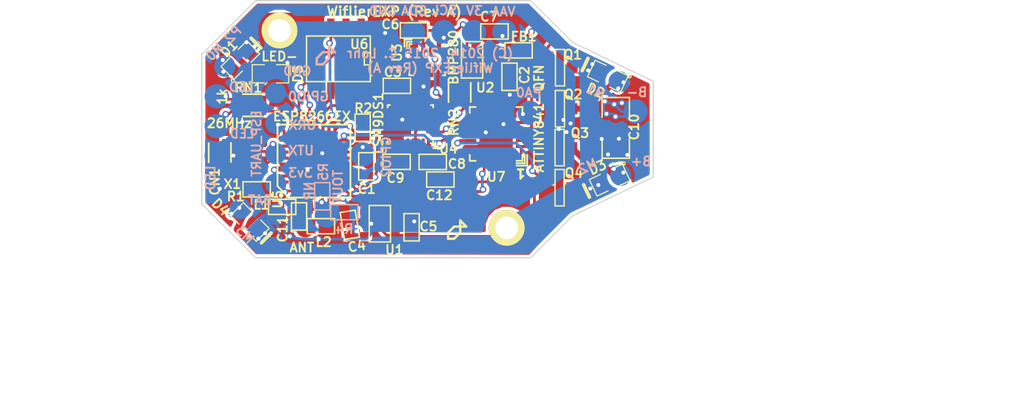
<source format=kicad_pcb>
(kicad_pcb (version 3) (host pcbnew "(2013-jul-07)-stable")
  (title_block (title Wiflier) (rev -))
  (layers (15 F.Cu signal) (0 B.Cu signal) (18 B.Paste user) (19 F.Paste user) (20 B.SilkS user) (21 F.SilkS user) (22 B.Mask user) (23 F.Mask user) (28 Edge.Cuts user))
  (net 0 "")
  (net 1 +3.3V)
  (net 2 +3.3VP)
  (net 3 +BATT)
  (net 4 AVRMISO)
  (net 5 AVRMOSI)
  (net 6 AVRRST)
  (net 7 AVRSCK)
  (net 8 GND)
  (net 9 GP5)
  (net 10 GPIO0)
  (net 11 GPIO2)
  (net 12 M0P)
  (net 13 M1P)
  (net 14 M2P)
  (net 15 M3P)
  (net 16 MTR0)
  (net 17 MTR1)
  (net 18 MTR2)
  (net 19 MTR3)
  (net 20 N-0000020)
  (net 21 N-0000021)
  (net 22 N-000003)
  (net 23 N-0000040)
  (net 24 N-0000041)
  (net 25 N-0000043)
  (net 26 N-0000044)
  (net 27 N-0000047)
  (net 28 N-0000048)
  (net 29 N-0000052)
  (net 30 N-0000053)
  (net 31 N-0000054)
  (net 32 N-0000055)
  (net 33 N-000006)
  (net 34 N-000007)
  (net 35 N-000008)
  (net 36 SCL)
  (net 37 SDA)
  (net 38 TOUT)
  (net 39 URX)
  (net 40 UTX)
  (net 41 VAA)
  (module QFN20 (layer F.Cu) (at 70.0532 60.3758 180)
    (fp_text reference U7 (at -0.0127 -3.5306 180) (layer F.SilkS) (effects (font (size 0.762 0.762) (thickness 0.1524))))
    (fp_text value ATTINY841-QFN (at -3.58648 1.34366 270) (layer F.SilkS) (effects (font (size 0.762 0.762) (thickness 0.1524))))
    (pad 21 smd rect (at 0 0 180) (size 2.75 2.75) (layers F.Cu F.Paste F.Mask) (net 8 GND))
    (pad 1 smd rect (at -2.1 -1 180) (size 0.9 0.25) (layers F.Cu F.Paste F.Mask) (net 7 AVRSCK))
    (pad 2 smd rect (at -2.1 -0.5 180) (size 0.9 0.25) (layers F.Cu F.Paste F.Mask) (net 18 MTR2))
    (pad 3 smd rect (at -2.1 0 180) (size 0.9 0.25) (layers F.Cu F.Paste F.Mask) (net 17 MTR1))
    (pad 4 smd rect (at -2.1 0.5 180) (size 0.9 0.25) (layers F.Cu F.Paste F.Mask) (net 16 MTR0))
    (pad 5 smd rect (at -2.1 1 180) (size 0.9 0.25) (layers F.Cu F.Paste F.Mask) (net 22 N-000003))
    (pad 6 smd rect (at -1 2.1 270) (size 0.9 0.25) (layers F.Cu F.Paste F.Mask))
    (pad 7 smd rect (at -0.5 2.1 270) (size 0.9 0.25) (layers F.Cu F.Paste F.Mask))
    (pad 8 smd rect (at 0 2.1 270) (size 0.9 0.25) (layers F.Cu F.Paste F.Mask) (net 8 GND))
    (pad 9 smd rect (at 0.5 2.1 270) (size 0.9 0.25) (layers F.Cu F.Paste F.Mask) (net 41 VAA))
    (pad 10 smd rect (at 1 2.1 270) (size 0.9 0.25) (layers F.Cu F.Paste F.Mask))
    (pad 11 smd rect (at 2.1 1) (size 0.9 0.25) (layers F.Cu F.Paste F.Mask) (net 37 SDA))
    (pad 12 smd rect (at 2.1 0.5) (size 0.9 0.25) (layers F.Cu F.Paste F.Mask) (net 36 SCL))
    (pad 13 smd rect (at 2.1 0) (size 0.9 0.25) (layers F.Cu F.Paste F.Mask) (net 6 AVRRST))
    (pad 14 smd rect (at 2.1 -0.5) (size 0.9 0.25) (layers F.Cu F.Paste F.Mask) (net 19 MTR3))
    (pad 15 smd rect (at 2.1 -1) (size 0.9 0.25) (layers F.Cu F.Paste F.Mask) (net 8 GND))
    (pad 16 smd rect (at 1 -2.1 90) (size 0.9 0.25) (layers F.Cu F.Paste F.Mask) (net 5 AVRMOSI))
    (pad 17 smd rect (at 0.5 -2.1 90) (size 0.9 0.25) (layers F.Cu F.Paste F.Mask))
    (pad 18 smd rect (at 0 -2.1 90) (size 0.9 0.25) (layers F.Cu F.Paste F.Mask))
    (pad 19 smd rect (at -0.5 -2.1 90) (size 0.9 0.25) (layers F.Cu F.Paste F.Mask))
    (pad 20 smd rect (at -1 -2.1 90) (size 0.9 0.25) (layers F.Cu F.Paste F.Mask) (net 4 AVRMISO))
  )
  (module XTAL4P (layer F.Cu) (at 50.31486 60.61456 270)
    (fp_text reference X1 (at 3.90144 2.30886 360) (layer F.SilkS) (effects (font (size 0.762 0.762) (thickness 0.1524))))
    (fp_text value 26MHz (at -1.18094 2.56752 360) (layer F.SilkS) (effects (font (size 0.762 0.762) (thickness 0.1524))))
    (pad 4 smd rect (at 0 0 270) (size 1.397 1.1938) (layers F.Cu F.Paste F.Mask) (net 8 GND))
    (pad 1 smd rect (at 0 1.7018 270) (size 1.397 1.1938) (layers F.Cu F.Paste F.Mask) (net 32 N-0000055))
    (pad 3 smd rect (at 2.286 1.7018 270) (size 1.397 1.1938) (layers F.Cu F.Paste F.Mask) (net 8 GND))
    (pad 2 smd rect (at 2.286 0 270) (size 1.397 1.1938) (layers F.Cu F.Paste F.Mask) (net 29 N-0000052))
  )
  (module SOT23GDS (layer F.Cu) (at 75.3872 58.2168 90)
    (fp_text reference Q2 (at 1.1938 1.1176 180) (layer F.SilkS) (effects (font (size 0.762 0.762) (thickness 0.1524))))
    (fp_text value 7A_20V hide)
    (pad S smd rect (at -0.889 -1.016 90) (size 0.9144 0.9144) (layers F.Cu F.Paste F.Mask) (net 8 GND))
    (pad G smd rect (at 0.889 -1.016 90) (size 0.9144 0.9144) (layers F.Cu F.Paste F.Mask) (net 17 MTR1))
    (pad D smd rect (at 0 1.016 90) (size 0.9144 0.9144) (layers F.Cu F.Paste F.Mask) (net 13 M1P))
  )
  (module SOT23GDS (layer F.Cu) (at 75.39736 54.78272 90)
    (fp_text reference Q1 (at 1.08712 1.06934 180) (layer F.SilkS) (effects (font (size 0.762 0.762) (thickness 0.1524))))
    (fp_text value 7A_20V hide)
    (pad S smd rect (at -0.889 -1.016 90) (size 0.9144 0.9144) (layers F.Cu F.Paste F.Mask) (net 8 GND))
    (pad G smd rect (at 0.889 -1.016 90) (size 0.9144 0.9144) (layers F.Cu F.Paste F.Mask) (net 16 MTR0))
    (pad D smd rect (at 0 1.016 90) (size 0.9144 0.9144) (layers F.Cu F.Paste F.Mask) (net 12 M0P))
  )
  (module SOT23GDS (layer F.Cu) (at 75.3618 61.468 90)
    (fp_text reference Q3 (at 1.2192 1.7018 180) (layer F.SilkS) (effects (font (size 0.762 0.762) (thickness 0.1524))))
    (fp_text value 7A_20V hide)
    (pad S smd rect (at -0.889 -1.016 90) (size 0.9144 0.9144) (layers F.Cu F.Paste F.Mask) (net 8 GND))
    (pad G smd rect (at 0.889 -1.016 90) (size 0.9144 0.9144) (layers F.Cu F.Paste F.Mask) (net 18 MTR2))
    (pad D smd rect (at 0 1.016 90) (size 0.9144 0.9144) (layers F.Cu F.Paste F.Mask) (net 14 M2P))
  )
  (module SOT23GDS (layer F.Cu) (at 75.3618 64.8208 90)
    (fp_text reference Q4 (at 1.2192 1.1938 180) (layer F.SilkS) (effects (font (size 0.762 0.762) (thickness 0.1524))))
    (fp_text value 7A_20V hide)
    (pad S smd rect (at -0.889 -1.016 90) (size 0.9144 0.9144) (layers F.Cu F.Paste F.Mask) (net 8 GND))
    (pad G smd rect (at 0.889 -1.016 90) (size 0.9144 0.9144) (layers F.Cu F.Paste F.Mask) (net 19 MTR3))
    (pad D smd rect (at 0 1.016 90) (size 0.9144 0.9144) (layers F.Cu F.Paste F.Mask) (net 15 M3P))
  )
  (module SOT23-5 (layer F.Cu) (at 68.0466 54.1274 90)
    (fp_text reference U2 (at -2.3241 1.09982 180) (layer F.SilkS) (effects (font (size 0.762 0.762) (thickness 0.1524))))
    (fp_text value MCP1824/3.0 hide)
    (pad 1 smd rect (at -0.9525 1.27 90) (size 0.508 0.762) (layers F.Cu F.Paste F.Mask) (net 41 VAA))
    (pad 3 smd rect (at 0.9525 1.27 90) (size 0.508 0.762) (layers F.Cu F.Paste F.Mask) (net 41 VAA))
    (pad 5 smd rect (at -0.9525 -1.27 90) (size 0.508 0.762) (layers F.Cu F.Paste F.Mask) (net 2 +3.3VP))
    (pad 2 smd rect (at 0 1.27 90) (size 0.508 0.762) (layers F.Cu F.Paste F.Mask) (net 8 GND))
    (pad 4 smd rect (at 0.9525 -1.27 90) (size 0.508 0.762) (layers F.Cu F.Paste F.Mask))
  )
  (module SOT23-5 (layer F.Cu) (at 60.33516 67.83324 90)
    (fp_text reference U1 (at -2.18186 1.21158 180) (layer F.SilkS) (effects (font (size 0.762 0.762) (thickness 0.1524))))
    (fp_text value MCP1824/3.3 hide)
    (pad 1 smd rect (at -0.9525 1.27 90) (size 0.508 0.762) (layers F.Cu F.Paste F.Mask) (net 3 +BATT))
    (pad 3 smd rect (at 0.9525 1.27 90) (size 0.508 0.762) (layers F.Cu F.Paste F.Mask) (net 3 +BATT))
    (pad 5 smd rect (at -0.9525 -1.27 90) (size 0.508 0.762) (layers F.Cu F.Paste F.Mask) (net 1 +3.3V))
    (pad 2 smd rect (at 0 1.27 90) (size 0.508 0.762) (layers F.Cu F.Paste F.Mask) (net 8 GND))
    (pad 4 smd rect (at 0.9525 -1.27 90) (size 0.508 0.762) (layers F.Cu F.Paste F.Mask))
  )
  (module SO8E (layer F.Cu) (at 56.8706 54.04358 180)
    (fp_text reference U6 (at -1.7421 1.2237 180) (layer F.SilkS) (effects (font (size 0.762 0.762) (thickness 0.1524))))
    (fp_text value W25Q80DV hide)
    (pad 8 smd rect (at -1.905 -2.667 180) (size 0.59944 1.39954) (layers F.Cu F.Paste F.Mask) (net 1 +3.3V))
    (pad 1 smd rect (at -1.905 2.667 180) (size 0.59944 1.39954) (layers F.Cu F.Paste F.Mask) (net 25 N-0000043))
    (pad 7 smd rect (at -0.635 -2.667 180) (size 0.59944 1.39954) (layers F.Cu F.Paste F.Mask) (net 31 N-0000054))
    (pad 6 smd rect (at 0.635 -2.667 180) (size 0.59944 1.39954) (layers F.Cu F.Paste F.Mask) (net 26 N-0000044))
    (pad 5 smd rect (at 1.905 -2.667 180) (size 0.59944 1.39954) (layers F.Cu F.Paste F.Mask) (net 28 N-0000048))
    (pad 2 smd rect (at -0.635 2.667 180) (size 0.59944 1.39954) (layers F.Cu F.Paste F.Mask) (net 27 N-0000047))
    (pad 3 smd rect (at 0.635 2.667 180) (size 0.59944 1.39954) (layers F.Cu F.Paste F.Mask) (net 30 N-0000053))
    (pad 4 smd rect (at 1.905 2.667 180) (size 0.59944 1.39954) (layers F.Cu F.Paste F.Mask) (net 8 GND))
  )
  (module SM1206 (layer F.Cu) (at 80.0608 59.817 90)
    (fp_text reference C10 (at 0.071 1.5352 90) (layer F.SilkS) (effects (font (size 0.762 0.762) (thickness 0.1524))))
    (fp_text value 100uF hide)
    (pad 1 smd rect (at -1.651 0 90) (size 1.524 2.032) (layers F.Cu F.Paste F.Mask) (net 3 +BATT))
    (pad 2 smd rect (at 1.651 0 90) (size 1.524 2.032) (layers F.Cu F.Paste F.Mask) (net 8 GND))
  )
  (module SM0603 (layer F.Cu) (at 55.40502 68.03898)
    (fp_text reference L2 (at 0.22606 1.33096) (layer F.SilkS) (effects (font (size 0.762 0.762) (thickness 0.1524))))
    (fp_text value NP hide)
    (pad 1 smd rect (at -0.762 0) (size 0.635 1.143) (layers F.Cu F.Paste F.Mask) (net 21 N-0000021))
    (pad 2 smd rect (at 0.762 0) (size 0.635 1.143) (layers F.Cu F.Paste F.Mask) (net 8 GND))
  )
  (module SM0603 (layer F.Cu) (at 64.75476 62.66688 180)
    (fp_text reference C8 (at -2.0193 -0.1651 180) (layer F.SilkS) (effects (font (size 0.762 0.762) (thickness 0.1524))))
    (fp_text value .1u hide)
    (pad 1 smd rect (at -0.762 0 180) (size 0.635 1.143) (layers F.Cu F.Paste F.Mask) (net 8 GND))
    (pad 2 smd rect (at 0.762 0 180) (size 0.635 1.143) (layers F.Cu F.Paste F.Mask) (net 34 N-000007))
  )
  (module SM0603 (layer F.Cu) (at 61.73216 62.65672)
    (fp_text reference C9 (at -0.0889 1.35128) (layer F.SilkS) (effects (font (size 0.762 0.762) (thickness 0.1524))))
    (fp_text value 10nF hide)
    (pad 1 smd rect (at -0.762 0) (size 0.635 1.143) (layers F.Cu F.Paste F.Mask) (net 8 GND))
    (pad 2 smd rect (at 0.762 0) (size 0.635 1.143) (layers F.Cu F.Paste F.Mask) (net 35 N-000008))
  )
  (module SM0603 (layer F.Cu) (at 63.19012 51.66868 180)
    (fp_text reference C6 (at 1.97104 0.508 180) (layer F.SilkS) (effects (font (size 0.762 0.762) (thickness 0.1524))))
    (fp_text value .1u hide)
    (pad 1 smd rect (at -0.762 0 180) (size 0.635 1.143) (layers F.Cu F.Paste F.Mask) (net 2 +3.3VP))
    (pad 2 smd rect (at 0.762 0 180) (size 0.635 1.143) (layers F.Cu F.Paste F.Mask) (net 8 GND))
  )
  (module SM0603 (layer F.Cu) (at 61.75756 56.30418 180)
    (fp_text reference C3 (at 0.33274 1.15062 180) (layer F.SilkS) (effects (font (size 0.762 0.762) (thickness 0.1524))))
    (fp_text value 10uF hide)
    (pad 1 smd rect (at -0.762 0 180) (size 0.635 1.143) (layers F.Cu F.Paste F.Mask) (net 2 +3.3VP))
    (pad 2 smd rect (at 0.762 0 180) (size 0.635 1.143) (layers F.Cu F.Paste F.Mask) (net 8 GND))
  )
  (module SM0603 (layer F.Cu) (at 52.16652 66.42354 180)
    (fp_text reference L1 (at 1.72466 0.18542 180) (layer F.SilkS) (effects (font (size 0.762 0.762) (thickness 0.1524))))
    (fp_text value NP hide)
    (pad 1 smd rect (at -0.762 0 180) (size 0.635 1.143) (layers F.Cu F.Paste F.Mask) (net 20 N-0000020))
    (pad 2 smd rect (at 0.762 0 180) (size 0.635 1.143) (layers F.Cu F.Paste F.Mask) (net 8 GND))
  )
  (module SM0603 (layer F.Cu) (at 59.19978 63.03772 90)
    (fp_text reference C1 (at -1.89484 0.04318 180) (layer F.SilkS) (effects (font (size 0.762 0.762) (thickness 0.1524))))
    (fp_text value 10uF hide)
    (pad 1 smd rect (at -0.762 0 90) (size 0.635 1.143) (layers F.Cu F.Paste F.Mask) (net 1 +3.3V))
    (pad 2 smd rect (at 0.762 0 90) (size 0.635 1.143) (layers F.Cu F.Paste F.Mask) (net 8 GND))
  )
  (module SM0603 (layer F.Cu) (at 71.17334 55.54472 270)
    (fp_text reference C2 (at -0.14224 -1.26238 270) (layer F.SilkS) (effects (font (size 0.762 0.762) (thickness 0.1524))))
    (fp_text value 10uF hide)
    (pad 1 smd rect (at -0.762 0 270) (size 0.635 1.143) (layers F.Cu F.Paste F.Mask) (net 41 VAA))
    (pad 2 smd rect (at 0.762 0 270) (size 0.635 1.143) (layers F.Cu F.Paste F.Mask) (net 8 GND))
  )
  (module SM0603 (layer F.Cu) (at 53.57622 67.22364 270)
    (fp_text reference C11 (at 1.05918 1.3716 270) (layer F.SilkS) (effects (font (size 0.762 0.762) (thickness 0.1524))))
    (fp_text value 5.6pF hide)
    (pad 1 smd rect (at -0.762 0 270) (size 0.635 1.143) (layers F.Cu F.Paste F.Mask) (net 20 N-0000020))
    (pad 2 smd rect (at 0.762 0 270) (size 0.635 1.143) (layers F.Cu F.Paste F.Mask) (net 21 N-0000021))
  )
  (module QFN32 (layer F.Cu) (at 54.8237 62.5972 90)
    (fp_text reference U5 (at -3.19388 -3.01024 90) (layer F.SilkS) (effects (font (size 0.762 0.762) (thickness 0.1524))))
    (fp_text value ESP8266EX (at 3.74032 -0.17306 180) (layer F.SilkS) (effects (font (size 0.762 0.762) (thickness 0.1524))))
    (pad 31 smd rect (at -1.24968 -2.49936 90) (size 0.254 0.762) (layers F.Cu F.Paste F.Mask) (net 24 N-0000041))
    (pad 30 smd rect (at -0.7493 -2.49936 90) (size 0.254 0.762) (layers F.Cu F.Paste F.Mask) (net 1 +3.3V))
    (pad 29 smd rect (at -0.24892 -2.49936 90) (size 0.254 0.762) (layers F.Cu F.Paste F.Mask) (net 1 +3.3V))
    (pad 32 smd rect (at -1.75006 -2.49936 90) (size 0.254 0.762) (layers F.Cu F.Paste F.Mask))
    (pad 1 smd rect (at -2.49936 -1.75006 180) (size 0.254 0.762) (layers F.Cu F.Paste F.Mask) (net 1 +3.3V))
    (pad 2 smd rect (at -2.49936 -1.24968 180) (size 0.254 0.762) (layers F.Cu F.Paste F.Mask) (net 20 N-0000020))
    (pad 3 smd rect (at -2.49936 -0.7493 180) (size 0.254 0.762) (layers F.Cu F.Paste F.Mask) (net 1 +3.3V))
    (pad 4 smd rect (at -2.49936 -0.24892 180) (size 0.254 0.762) (layers F.Cu F.Paste F.Mask) (net 1 +3.3V))
    (pad 5 smd rect (at -2.49936 0.24892 180) (size 0.254 0.762) (layers F.Cu F.Paste F.Mask))
    (pad 6 smd rect (at -2.49936 0.7493 180) (size 0.254 0.762) (layers F.Cu F.Paste F.Mask) (net 38 TOUT))
    (pad 7 smd rect (at -2.49936 1.24968 180) (size 0.254 0.762) (layers F.Cu F.Paste F.Mask) (net 1 +3.3V))
    (pad 8 smd rect (at -2.49936 1.75006 180) (size 0.254 0.762) (layers F.Cu F.Paste F.Mask) (net 7 AVRSCK))
    (pad 16 smd rect (at 1.75006 2.49936 90) (size 0.254 0.762) (layers F.Cu F.Paste F.Mask) (net 6 AVRRST))
    (pad 9 smd rect (at -1.75006 2.49936 90) (size 0.254 0.762) (layers F.Cu F.Paste F.Mask) (net 5 AVRMOSI))
    (pad 10 smd rect (at -1.24968 2.49936 90) (size 0.254 0.762) (layers F.Cu F.Paste F.Mask) (net 4 AVRMISO))
    (pad 11 smd rect (at -0.7493 2.49936 90) (size 0.254 0.762) (layers F.Cu F.Paste F.Mask) (net 1 +3.3V))
    (pad 12 smd rect (at -0.24892 2.49936 90) (size 0.254 0.762) (layers F.Cu F.Paste F.Mask) (net 1 +3.3V))
    (pad 13 smd rect (at 0.24892 2.49936 90) (size 0.254 0.762) (layers F.Cu F.Paste F.Mask) (net 8 GND))
    (pad 14 smd rect (at 0.7493 2.49936 90) (size 0.254 0.762) (layers F.Cu F.Paste F.Mask) (net 11 GPIO2))
    (pad 15 smd rect (at 1.24968 2.49936 90) (size 0.254 0.762) (layers F.Cu F.Paste F.Mask) (net 10 GPIO0))
    (pad 17 smd rect (at 2.49936 1.75006 180) (size 0.254 0.762) (layers F.Cu F.Paste F.Mask) (net 1 +3.3V))
    (pad 18 smd rect (at 2.49936 1.24968 180) (size 0.254 0.762) (layers F.Cu F.Paste F.Mask) (net 31 N-0000054))
    (pad 19 smd rect (at 2.49936 0.7493 180) (size 0.254 0.762) (layers F.Cu F.Paste F.Mask) (net 30 N-0000053))
    (pad 20 smd rect (at 2.49936 0.24892 180) (size 0.254 0.762) (layers F.Cu F.Paste F.Mask) (net 25 N-0000043))
    (pad 21 smd rect (at 2.49936 -0.24892 180) (size 0.254 0.762) (layers F.Cu F.Paste F.Mask) (net 26 N-0000044))
    (pad 22 smd rect (at 2.49936 -0.7493 180) (size 0.254 0.762) (layers F.Cu F.Paste F.Mask) (net 27 N-0000047))
    (pad 23 smd rect (at 2.49936 -1.24968 180) (size 0.254 0.762) (layers F.Cu F.Paste F.Mask) (net 28 N-0000048))
    (pad 24 smd rect (at 2.49936 -1.75006 180) (size 0.254 0.762) (layers F.Cu F.Paste F.Mask) (net 9 GP5))
    (pad 25 smd rect (at 1.75006 -2.49936 90) (size 0.254 0.762) (layers F.Cu F.Paste F.Mask) (net 39 URX))
    (pad 26 smd rect (at 1.24968 -2.49936 90) (size 0.254 0.762) (layers F.Cu F.Paste F.Mask) (net 40 UTX))
    (pad 27 smd rect (at 0.7493 -2.49936 90) (size 0.254 0.762) (layers F.Cu F.Paste F.Mask) (net 32 N-0000055))
    (pad 28 smd rect (at 0.24892 -2.49936 90) (size 0.254 0.762) (layers F.Cu F.Paste F.Mask) (net 29 N-0000052))
    (pad 33 smd rect (at 0 0 90) (size 2.99974 2.99974) (layers F.Cu F.Paste F.Mask) (net 8 GND))
  )
  (module NETWORK0606 (layer F.Cu) (at 46.95444 61.89472 90)
    (fp_text reference CN1 (at -2.42824 -0.4191 90) (layer F.SilkS) (effects (font (size 0.762 0.762) (thickness 0.1524))))
    (fp_text value 10p hide)
    (pad 1 smd rect (at -0.8 -0.5 90) (size 0.7 0.6) (layers F.Cu F.Paste F.Mask) (net 29 N-0000052))
    (pad 2 smd rect (at 0.8 -0.5 90) (size 0.7 0.6) (layers F.Cu F.Paste F.Mask) (net 8 GND))
    (pad 3 smd rect (at -0.8 0.5 90) (size 0.7 0.6) (layers F.Cu F.Paste F.Mask) (net 8 GND))
    (pad 4 smd rect (at 0.8 0.5 90) (size 0.7 0.6) (layers F.Cu F.Paste F.Mask) (net 32 N-0000055))
  )
  (module SMT_1x6 (layer B.Cu) (at 51.6255 60.6933 270)
    (fp_text reference P32 hide)
    (fp_text value ESP_UART (at 0.43434 1.61036 270) (layer B.SilkS) (effects (font (size 0.762 0.762) (thickness 0.1524)) (justify mirror)))
    (pad 1 smd rect (at -6.35 0 270) (size 1.778 1.778) (layers B.Cu B.Paste B.Mask) (net 8 GND))
    (pad 2 smd circle (at -3.81 0 270) (size 1.778 1.778) (layers B.Cu B.Paste B.Mask) (net 10 GPIO0))
    (pad 3 smd circle (at -1.27 0 270) (size 1.778 1.778) (layers B.Cu B.Paste B.Mask) (net 39 URX))
    (pad 4 smd circle (at 1.27 0 270) (size 1.778 1.778) (layers B.Cu B.Paste B.Mask) (net 40 UTX))
    (pad 5 smd circle (at 3.81 0 270) (size 1.778 1.778) (layers B.Cu B.Paste B.Mask) (net 1 +3.3V))
    (pad 6 smd circle (at 6.35 0 270) (size 1.778 1.778) (layers B.Cu B.Paste B.Mask) (net 3 +BATT))
  )
  (module .1SMTPIN (layer F.Cu) (at 54.08168 68.21424)
    (fp_text reference P6 hide)
    (fp_text value ANT (at -0.26924 1.60782) (layer F.SilkS) (effects (font (size 0.762 0.762) (thickness 0.1524))))
    (pad 1 smd circle (at 0 0) (size 1.524 1.524) (layers F.Cu F.Paste F.Mask) (net 21 N-0000021))
  )
  (module SMT_1x2 (layer B.Cu) (at 48.26508 53.76672 225)
    (fp_text reference P2 (at -1.099183 1.390144 225) (layer B.SilkS) (effects (font (size 0.762 0.762) (thickness 0.1524)) (justify mirror)))
    (fp_text value M0 (at 1.003993 1.438637 225) (layer B.SilkS) (effects (font (size 0.762 0.762) (thickness 0.1524)) (justify mirror)))
    (pad 1 smd rect (at -1.27 0 225) (size 1.778 1.778) (layers B.Cu B.Paste B.Mask) (net 3 +BATT))
    (pad 2 smd circle (at 1.27 0 225) (size 1.778 1.778) (layers B.Cu B.Paste B.Mask) (net 12 M0P))
  )
  (module SMT_1x2 (layer B.Cu) (at 79.194 55.426 335)
    (fp_text reference P3 hide)
    (fp_text value M1 (at -0.155436 1.582343 335) (layer B.SilkS) (effects (font (size 0.762 0.762) (thickness 0.1524)) (justify mirror)))
    (pad 1 smd rect (at -1.27 0 335) (size 1.778 1.778) (layers B.Cu B.Paste B.Mask) (net 3 +BATT))
    (pad 2 smd circle (at 1.27 0 335) (size 1.778 1.778) (layers B.Cu B.Paste B.Mask) (net 13 M1P))
  )
  (module SMT_1x2 (layer B.Cu) (at 79.3242 64.3128 25)
    (fp_text reference P4 hide)
    (fp_text value M2 (at -0.913549 -1.827285 25) (layer B.SilkS) (effects (font (size 0.762 0.762) (thickness 0.1524)) (justify mirror)))
    (pad 1 smd rect (at -1.27 0 25) (size 1.778 1.778) (layers B.Cu B.Paste B.Mask) (net 3 +BATT))
    (pad 2 smd circle (at 1.27 0 25) (size 1.778 1.778) (layers B.Cu B.Paste B.Mask) (net 14 M2P))
  )
  (module SMT_1x2 (layer B.Cu) (at 49.55032 67.4497 135)
    (fp_text reference P5 hide)
    (fp_text value M3 (at -0.562164 -1.269808 135) (layer B.SilkS) (effects (font (size 0.762 0.762) (thickness 0.1524)) (justify mirror)))
    (pad 1 smd rect (at -1.27 0 135) (size 1.778 1.778) (layers B.Cu B.Paste B.Mask) (net 3 +BATT))
    (pad 2 smd circle (at 1.27 0 135) (size 1.778 1.778) (layers B.Cu B.Paste B.Mask) (net 15 M3P))
  )
  (module .1SMTPIN (layer B.Cu) (at 81.7118 58.4454)
    (fp_text reference P24 hide)
    (fp_text value B- (at 0.12192 -1.61036) (layer B.SilkS) (effects (font (size 0.762 0.762) (thickness 0.1524)) (justify mirror)))
    (pad 1 smd circle (at 0 0) (size 2.032 2.032) (layers B.Cu B.Paste B.Mask) (net 8 GND))
  )
  (module .1SMTPIN (layer B.Cu) (at 81.6102 61.1124)
    (fp_text reference P21 hide)
    (fp_text value B+ (at 0.57912 1.50114) (layer B.SilkS) (effects (font (size 0.762 0.762) (thickness 0.1524)) (justify mirror)))
    (pad 1 smd circle (at 0 0) (size 2.032 2.032) (layers B.Cu B.Paste B.Mask) (net 3 +BATT))
  )
  (module .1SMTPIN (layer B.Cu) (at 58.88736 62.03188)
    (fp_text reference P1 hide)
    (fp_text value GPIO2 (at 1.97358 0.21844 90) (layer B.SilkS) (effects (font (size 0.762 0.762) (thickness 0.1524)) (justify mirror)))
    (pad 1 smd circle (at 0 0) (size 2.032 2.032) (layers B.Cu B.Paste B.Mask) (net 11 GPIO2))
  )
  (module HOLE-1.9MM (layer F.Cu) (at 51.944 51.676)
    (fp_text reference P7 hide)
    (fp_text value ~ hide)
    (pad 1 thru_hole circle (at 0 0) (size 3 3) (drill 1.9) (layers *.Cu *.Mask F.SilkS) (net 8 GND))
  )
  (module HOLE-1.9MM (layer F.Cu) (at 70.944 68.176)
    (fp_text reference P8 hide)
    (fp_text value ~ hide)
    (pad 1 thru_hole circle (at 0 0) (size 3 3) (drill 1.9) (layers *.Cu *.Mask F.SilkS) (net 3 +BATT))
  )
  (module SM0603 (layer F.Cu) (at 57.82056 67.92468 99)
    (fp_text reference C4 (at -1.867966 0.298197 189) (layer F.SilkS) (effects (font (size 0.762 0.762) (thickness 0.1524))))
    (fp_text value 1uF hide)
    (pad 1 smd rect (at -0.762 0 99) (size 0.635 1.143) (layers F.Cu F.Paste F.Mask) (net 1 +3.3V))
    (pad 2 smd rect (at 0.762 0 99) (size 0.635 1.143) (layers F.Cu F.Paste F.Mask) (net 8 GND))
  )
  (module .1SMTPIN (layer B.Cu) (at 63.119 51.816)
    (fp_text reference P9 hide)
    (fp_text value SDA (at 0.0762 -1.778) (layer B.SilkS) (effects (font (size 0.762 0.762) (thickness 0.1524)) (justify mirror)))
    (pad 1 smd circle (at 0 0) (size 2.032 2.032) (layers B.Cu B.Paste B.Mask) (net 37 SDA))
  )
  (module .1SMTPIN (layer B.Cu) (at 65.659 51.816)
    (fp_text reference P10 hide)
    (fp_text value SCL (at 0.0762 -1.8288) (layer B.SilkS) (effects (font (size 0.762 0.762) (thickness 0.1524)) (justify mirror)))
    (pad 1 smd circle (at 0 0) (size 2.032 2.032) (layers B.Cu B.Paste B.Mask) (net 36 SCL))
  )
  (module SM0603 (layer F.Cu) (at 50.03292 64.9605)
    (fp_text reference R1 (at -1.74752 0.5969) (layer F.SilkS) (effects (font (size 0.762 0.762) (thickness 0.1524))))
    (fp_text value 12k hide)
    (pad 1 smd rect (at -0.762 0) (size 0.635 1.143) (layers F.Cu F.Paste F.Mask) (net 8 GND))
    (pad 2 smd rect (at 0.762 0) (size 0.635 1.143) (layers F.Cu F.Paste F.Mask) (net 24 N-0000041))
  )
  (module SM0603 (layer F.Cu) (at 58.8964 59.8044 90)
    (fp_text reference R2 (at 1.6284 0.0476 180) (layer F.SilkS) (effects (font (size 0.762 0.762) (thickness 0.1524))))
    (fp_text value 12k hide)
    (pad 1 smd rect (at -0.762 0 90) (size 0.635 1.143) (layers F.Cu F.Paste F.Mask) (net 10 GPIO0))
    (pad 2 smd rect (at 0.762 0 90) (size 0.635 1.143) (layers F.Cu F.Paste F.Mask) (net 1 +3.3V))
  )
  (module .1SMTPIN (layer B.Cu) (at 68.199 51.816)
    (fp_text reference P11 hide)
    (fp_text value 3V (at 0.0508 -1.778) (layer B.SilkS) (effects (font (size 0.762 0.762) (thickness 0.1524)) (justify mirror)))
    (pad 1 smd circle (at 0 0) (size 2.032 2.032) (layers B.Cu B.Paste B.Mask) (net 2 +3.3VP))
  )
  (module .1SMTPIN (layer B.Cu) (at 60.579 51.816)
    (fp_text reference P12 hide)
    (fp_text value GND (at 0 -1.7526) (layer B.SilkS) (effects (font (size 0.762 0.762) (thickness 0.1524)) (justify mirror)))
    (pad 1 smd circle (at 0 0) (size 2.032 2.032) (layers B.Cu B.Paste B.Mask) (net 8 GND))
  )
  (module NETWORK0606 (layer F.Cu) (at 49.694 57.926 180)
    (fp_text reference RN1 (at 0.3418 1.4618 180) (layer F.SilkS) (effects (font (size 0.762 0.762) (thickness 0.1524))))
    (fp_text value 1k (at 2.54144 0.72774 270) (layer F.SilkS) (effects (font (size 0.762 0.762) (thickness 0.1524))))
    (pad 1 smd rect (at -0.8 -0.5 180) (size 0.7 0.6) (layers F.Cu F.Paste F.Mask) (net 9 GP5))
    (pad 2 smd rect (at 0.8 -0.5 180) (size 0.7 0.6) (layers F.Cu F.Paste F.Mask) (net 33 N-000006))
    (pad 3 smd rect (at -0.8 0.5 180) (size 0.7 0.6) (layers F.Cu F.Paste F.Mask) (net 9 GP5))
    (pad 4 smd rect (at 0.8 0.5 180) (size 0.7 0.6) (layers F.Cu F.Paste F.Mask) (net 23 N-0000040))
  )
  (module .1SMTPIN (layer B.Cu) (at 46.694 59.676)
    (fp_text reference P13 hide)
    (fp_text value LED (at 2.11718 0.62614) (layer B.SilkS) (effects (font (size 0.762 0.762) (thickness 0.1524)) (justify mirror)))
    (pad 1 smd circle (at 0 0) (size 2.032 2.032) (layers B.Cu B.Paste B.Mask) (net 33 N-000006))
  )
  (module .1SMTPIN (layer B.Cu) (at 46.694 57.176)
    (fp_text reference P14 hide)
    (fp_text value LED (at 2.05876 -0.78292) (layer B.SilkS) (effects (font (size 0.762 0.762) (thickness 0.1524)) (justify mirror)))
    (pad 1 smd circle (at 0 0) (size 2.032 2.032) (layers B.Cu B.Paste B.Mask) (net 23 N-0000040))
  )
  (module .1SMTPIN (layer B.Cu) (at 46.68266 62.13348)
    (fp_text reference P15 hide)
    (fp_text value LED (at -0.51308 1.87198 90) (layer B.SilkS) (effects (font (size 0.762 0.762) (thickness 0.1524)) (justify mirror)))
    (pad 1 smd circle (at 0 0) (size 2.032 2.032) (layers B.Cu B.Paste B.Mask) (net 8 GND))
  )
  (module .1SMTPIN (layer B.Cu) (at 70.75678 51.76774)
    (fp_text reference P16 hide)
    (fp_text value VAA (at -0.07112 -1.67132) (layer B.SilkS) (effects (font (size 0.762 0.762) (thickness 0.1524)) (justify mirror)))
    (pad 1 smd circle (at 0 0) (size 2.032 2.032) (layers B.Cu B.Paste B.Mask) (net 41 VAA))
  )
  (module LGA-24B (layer F.Cu) (at 62.88786 59.50966 180)
    (fp_text reference U4 (at -3.18262 -2.06248 180) (layer F.SilkS) (effects (font (size 0.762 0.762) (thickness 0.1524))))
    (fp_text value LSM9DS1 (at 2.67462 0.07366 270) (layer F.SilkS) (effects (font (size 0.762 0.762) (thickness 0.1524))))
    (pad 1 smd rect (at -1.505 -1.65 270) (size 0.9 0.23) (layers F.Cu F.Paste F.Mask) (net 2 +3.3VP))
    (pad 2 smd rect (at -1.778 -0.645 180) (size 0.9 0.23) (layers F.Cu F.Paste F.Mask) (net 36 SCL))
    (pad 3 smd rect (at -1.778 -0.215 180) (size 0.9 0.23) (layers F.Cu F.Paste F.Mask) (net 2 +3.3VP))
    (pad 4 smd rect (at -1.778 0.215 180) (size 0.9 0.23) (layers F.Cu F.Paste F.Mask) (net 37 SDA))
    (pad 5 smd rect (at -1.778 0.645 180) (size 0.9 0.23) (layers F.Cu F.Paste F.Mask) (net 8 GND))
    (pad 6 smd rect (at -1.505 1.65 270) (size 0.9 0.23) (layers F.Cu F.Paste F.Mask) (net 8 GND))
    (pad 7 smd rect (at -1.075 1.65 270) (size 0.9 0.23) (layers F.Cu F.Paste F.Mask) (net 2 +3.3VP))
    (pad 8 smd rect (at -0.645 1.65 270) (size 0.9 0.23) (layers F.Cu F.Paste F.Mask) (net 2 +3.3VP))
    (pad 9 smd rect (at -0.215 1.65 270) (size 0.9 0.23) (layers F.Cu F.Paste F.Mask))
    (pad 10 smd rect (at 0.215 1.65 270) (size 0.9 0.23) (layers F.Cu F.Paste F.Mask))
    (pad 11 smd rect (at 0.645 1.65 270) (size 0.9 0.23) (layers F.Cu F.Paste F.Mask))
    (pad 12 smd rect (at 1.075 1.65 270) (size 0.9 0.23) (layers F.Cu F.Paste F.Mask))
    (pad 13 smd rect (at 1.505 1.65 270) (size 0.9 0.23) (layers F.Cu F.Paste F.Mask) (net 8 GND))
    (pad 14 smd rect (at 1.778 0.645 180) (size 0.9 0.23) (layers F.Cu F.Paste F.Mask) (net 8 GND))
    (pad 15 smd rect (at 1.778 0.215 180) (size 0.9 0.23) (layers F.Cu F.Paste F.Mask) (net 8 GND))
    (pad 16 smd rect (at 1.778 -0.215 180) (size 0.9 0.23) (layers F.Cu F.Paste F.Mask) (net 8 GND))
    (pad 17 smd rect (at 1.778 -0.645 180) (size 0.9 0.23) (layers F.Cu F.Paste F.Mask) (net 8 GND))
    (pad 18 smd rect (at 1.505 -1.65 270) (size 0.9 0.23) (layers F.Cu F.Paste F.Mask) (net 8 GND))
    (pad 19 smd rect (at 1.075 -1.65 270) (size 0.9 0.23) (layers F.Cu F.Paste F.Mask) (net 8 GND))
    (pad 20 smd rect (at 0.645 -1.65 270) (size 0.9 0.23) (layers F.Cu F.Paste F.Mask) (net 8 GND))
    (pad 21 smd rect (at 0.215 -1.65 270) (size 0.9 0.23) (layers F.Cu F.Paste F.Mask) (net 35 N-000008))
    (pad 22 smd rect (at -0.215 -1.65 270) (size 0.9 0.23) (layers F.Cu F.Paste F.Mask) (net 2 +3.3VP))
    (pad 23 smd rect (at -0.645 -1.65 270) (size 0.9 0.23) (layers F.Cu F.Paste F.Mask) (net 2 +3.3VP))
    (pad 24 smd rect (at -1.075 -1.65 270) (size 0.9 0.23) (layers F.Cu F.Paste F.Mask) (net 34 N-000007))
  )
  (module SM0603 (layer B.Cu) (at 57.36844 66.8655 180)
    (fp_text reference R4 (at -0.01016 -1.40716 180) (layer B.SilkS) (effects (font (size 0.762 0.762) (thickness 0.1524)) (justify mirror)))
    (fp_text value 12k hide)
    (pad 1 smd rect (at -0.762 0 180) (size 0.635 1.143) (layers B.Cu B.Paste B.Mask) (net 1 +3.3V))
    (pad 2 smd rect (at 0.762 0 180) (size 0.635 1.143) (layers B.Cu B.Paste B.Mask) (net 38 TOUT))
  )
  (module SM0603 (layer B.Cu) (at 55.51678 65.53962 90)
    (fp_text reference R5 (at 2.04724 0.09144 90) (layer B.SilkS) (effects (font (size 0.762 0.762) (thickness 0.1524)) (justify mirror)))
    (fp_text value NP (at 0.4445 -1.09728 90) (layer B.SilkS) (effects (font (size 0.762 0.762) (thickness 0.1524)) (justify mirror)))
    (pad 1 smd rect (at -0.762 0 90) (size 0.635 1.143) (layers B.Cu B.Paste B.Mask) (net 38 TOUT))
    (pad 2 smd rect (at 0.762 0 90) (size 0.635 1.143) (layers B.Cu B.Paste B.Mask) (net 8 GND))
  )
  (module .1SMTPIN (layer B.Cu) (at 55.9054 67.16268)
    (fp_text reference P17 hide)
    (fp_text value TOUT (at 0.92456 -2.44602 90) (layer B.SilkS) (effects (font (size 0.762 0.762) (thickness 0.1524)) (justify mirror)))
    (pad 1 smd circle (at 0 0) (size 2.032 2.032) (layers B.Cu B.Paste B.Mask) (net 38 TOUT))
  )
  (module SM0805 (layer F.Cu) (at 48.66894 54.15534 45)
    (fp_text reference D1 (at 0 -1.347038 45) (layer F.SilkS) (effects (font (size 0.762 0.762) (thickness 0.1524))))
    (fp_text value 20V_500mA hide)
    (pad 1 smd rect (at -0.9525 0 45) (size 0.889 1.397) (layers F.Cu F.Paste F.Mask) (net 12 M0P))
    (pad 2 smd rect (at 0.9525 0 45) (size 0.889 1.397) (layers F.Cu F.Paste F.Mask) (net 3 +BATT))
  )
  (module SM0805 (layer F.Cu) (at 79.4004 55.499 155)
    (fp_text reference D2 (at 0.431483 -1.526824 155) (layer F.SilkS) (effects (font (size 0.762 0.762) (thickness 0.1524))))
    (fp_text value 20V_500mA hide)
    (pad 1 smd rect (at -0.9525 0 155) (size 0.889 1.397) (layers F.Cu F.Paste F.Mask) (net 13 M1P))
    (pad 2 smd rect (at 0.9525 0 155) (size 0.889 1.397) (layers F.Cu F.Paste F.Mask) (net 3 +BATT))
  )
  (module SM0805 (layer F.Cu) (at 79.5528 64.1858 205)
    (fp_text reference D3 (at 0.469804 1.390552 205) (layer F.SilkS) (effects (font (size 0.762 0.762) (thickness 0.1524))))
    (fp_text value 20V_500mA hide)
    (pad 1 smd rect (at -0.9525 0 205) (size 0.889 1.397) (layers F.Cu F.Paste F.Mask) (net 14 M2P))
    (pad 2 smd rect (at 0.9525 0 205) (size 0.889 1.397) (layers F.Cu F.Paste F.Mask) (net 3 +BATT))
  )
  (module SM0805 (layer F.Cu) (at 49.46142 67.68846 315)
    (fp_text reference D4 (at -2.620439 0.860309 315) (layer F.SilkS) (effects (font (size 0.762 0.762) (thickness 0.1524))))
    (fp_text value 20V_500mA hide)
    (pad 1 smd rect (at -0.9525 0 315) (size 0.889 1.397) (layers F.Cu F.Paste F.Mask) (net 15 M3P))
    (pad 2 smd rect (at 0.9525 0 315) (size 0.889 1.397) (layers F.Cu F.Paste F.Mask) (net 3 +BATT))
  )
  (module SM0805 (layer F.Cu) (at 51.18354 55.29834)
    (fp_text reference D5 (at 2.30886 -0.00254 90) (layer F.SilkS) (effects (font (size 0.762 0.762) (thickness 0.1524))))
    (fp_text value LED- (at 0.75946 -1.45034) (layer F.SilkS) (effects (font (size 0.762 0.762) (thickness 0.1524))))
    (pad 1 smd rect (at -0.9525 0) (size 0.889 1.397) (layers F.Cu F.Paste F.Mask) (net 23 N-0000040))
    (pad 2 smd rect (at 0.9525 0) (size 0.889 1.397) (layers F.Cu F.Paste F.Mask) (net 8 GND))
  )
  (module SM0603 (layer F.Cu) (at 65.3923 64.135)
    (fp_text reference C12 (at -0.08636 1.31318) (layer F.SilkS) (effects (font (size 0.762 0.762) (thickness 0.1524))))
    (fp_text value .1u hide)
    (pad 1 smd rect (at -0.762 0) (size 0.635 1.143) (layers F.Cu F.Paste F.Mask) (net 2 +3.3VP))
    (pad 2 smd rect (at 0.762 0) (size 0.635 1.143) (layers F.Cu F.Paste F.Mask) (net 8 GND))
  )
  (module NETWORK0606 (layer F.Cu) (at 67.0052 56.8706 90)
    (fp_text reference RN2 (at -2.4892 -0.4826 90) (layer F.SilkS) (effects (font (size 0.762 0.762) (thickness 0.1524))))
    (fp_text value 1k hide)
    (pad 1 smd rect (at -0.8 -0.5 90) (size 0.7 0.6) (layers F.Cu F.Paste F.Mask) (net 37 SDA))
    (pad 2 smd rect (at 0.8 -0.5 90) (size 0.7 0.6) (layers F.Cu F.Paste F.Mask) (net 2 +3.3VP))
    (pad 3 smd rect (at -0.8 0.5 90) (size 0.7 0.6) (layers F.Cu F.Paste F.Mask) (net 36 SCL))
    (pad 4 smd rect (at 0.8 0.5 90) (size 0.7 0.6) (layers F.Cu F.Paste F.Mask) (net 2 +3.3VP))
  )
  (module BMP280 (layer F.Cu) (at 64.29502 54.12232 90)
    (fp_text reference U3 (at 0.58674 -2.5273 90) (layer F.SilkS) (effects (font (size 0.762 0.762) (thickness 0.1524))))
    (fp_text value BMP280 (at 0.2 2.2 90) (layer F.SilkS) (effects (font (size 0.762 0.762) (thickness 0.1524))))
    (pad 1 smd rect (at 1 -0.975 90) (size 0.9 0.35) (layers F.Cu F.Paste F.Mask) (net 8 GND))
    (pad 2 smd rect (at 1 -0.325 90) (size 0.9 0.35) (layers F.Cu F.Paste F.Mask) (net 2 +3.3VP))
    (pad 3 smd rect (at 1 0.325 90) (size 0.9 0.35) (layers F.Cu F.Paste F.Mask) (net 37 SDA))
    (pad 4 smd rect (at 1 0.975 90) (size 0.9 0.35) (layers F.Cu F.Paste F.Mask) (net 36 SCL))
    (pad 5 smd rect (at -1 0.975 90) (size 0.9 0.35) (layers F.Cu F.Paste F.Mask) (net 8 GND))
    (pad 6 smd rect (at -1 0.325 90) (size 0.9 0.35) (layers F.Cu F.Paste F.Mask) (net 2 +3.3VP))
    (pad 7 smd rect (at -1 -0.325 90) (size 0.9 0.35) (layers F.Cu F.Paste F.Mask) (net 8 GND))
    (pad 8 smd rect (at -1 -0.975 90) (size 0.9 0.35) (layers F.Cu F.Paste F.Mask) (net 2 +3.3VP))
  )
  (module SM0603 (layer F.Cu) (at 71.9328 53.34)
    (fp_text reference FB1 (at 0.42672 -1.15062) (layer F.SilkS) (effects (font (size 0.762 0.762) (thickness 0.1524))))
    (fp_text value - hide)
    (pad 1 smd rect (at -0.762 0) (size 0.635 1.143) (layers F.Cu F.Paste F.Mask) (net 41 VAA))
    (pad 2 smd rect (at 0.762 0) (size 0.635 1.143) (layers F.Cu F.Paste F.Mask) (net 3 +BATT))
  )
  (module SM0603 (layer F.Cu) (at 62.98692 68.13042 90)
    (fp_text reference C5 (at 0.06858 1.41224 180) (layer F.SilkS) (effects (font (size 0.762 0.762) (thickness 0.1524))))
    (fp_text value 10uF hide)
    (pad 1 smd rect (at -0.762 0 90) (size 0.635 1.143) (layers F.Cu F.Paste F.Mask) (net 3 +BATT))
    (pad 2 smd rect (at 0.762 0 90) (size 0.635 1.143) (layers F.Cu F.Paste F.Mask) (net 8 GND))
  )
  (module .1SMTPIN (layer B.Cu) (at 72.85482 58.55716)
    (fp_text reference P18 hide)
    (fp_text value PA0 (at -0.05842 -1.68656) (layer B.SilkS) (effects (font (size 0.762 0.762) (thickness 0.1524)) (justify mirror)))
    (pad 1 smd circle (at 0 0) (size 2.032 2.032) (layers B.Cu B.Paste B.Mask) (net 22 N-000003))
  )
  (module SM0603 (layer F.Cu) (at 69.91858 51.75504 180)
    (fp_text reference C7 (at 0.44704 1.23444 180) (layer F.SilkS) (effects (font (size 0.762 0.762) (thickness 0.1524))))
    (fp_text value .1uF hide)
    (pad 1 smd rect (at -0.762 0 180) (size 0.635 1.143) (layers F.Cu F.Paste F.Mask) (net 41 VAA))
    (pad 2 smd rect (at 0.762 0 180) (size 0.635 1.143) (layers F.Cu F.Paste F.Mask) (net 8 GND))
  )
  (module .1SMTPIN (layer F.Cu) (at 56.91124 67.31254)
    (fp_text reference P19 hide)
    (fp_text value ANT hide)
    (pad 1 smd circle (at 0 0) (size 1.5 1.5) (layers F.Cu F.Paste F.Mask) (net 8 GND))
  )
  (gr_text "WiflierEXP (Rev A)" (at 61.5315 50.1015) (layer F.SilkS) (effects (font (size 0.8128 0.8128) (thickness 0.1651))))
  (gr_line (start 66.548 69.088) (end 66.04 69.088) (angle 90) (layer F.SilkS) (width 0.2))
  (gr_line (start 67.056 68.58) (end 66.548 69.088) (angle 90) (layer F.SilkS) (width 0.2))
  (gr_line (start 67.056 68.072) (end 67.056 68.58) (angle 90) (layer F.SilkS) (width 0.2))
  (gr_line (start 67.564 68.072) (end 67.056 67.564) (angle 90) (layer F.SilkS) (width 0.2))
  (gr_line (start 67.056 68.072) (end 67.564 68.072) (angle 90) (layer F.SilkS) (width 0.2))
  (gr_line (start 67.056 67.564) (end 67.056 68.072) (angle 90) (layer F.SilkS) (width 0.2))
  (gr_line (start 67.056 68.072) (end 67.056 67.564) (angle 90) (layer F.SilkS) (width 0.2))
  (gr_line (start 66.548 68.072) (end 67.056 68.072) (angle 90) (layer F.SilkS) (width 0.2))
  (gr_line (start 66.04 68.58) (end 66.548 68.072) (angle 90) (layer F.SilkS) (width 0.2))
  (gr_line (start 66.04 69.088) (end 66.04 68.58) (angle 90) (layer F.SilkS) (width 0.2))
  (gr_line (start 72.944 49.176) (end 49.944 49.176) (angle 90) (layer Edge.Cuts) (width 0.1))
  (gr_line (start 72.944 70.676) (end 49.944 70.676) (angle 90) (layer Edge.Cuts) (width 0.1))
  (gr_line (start 49.944 70.676) (end 45.444 66.176) (angle 90) (layer Edge.Cuts) (width 0.1))
  (gr_line (start 45.444 53.676) (end 49.944 49.176) (angle 90) (layer Edge.Cuts) (width 0.1))
  (gr_text - (at 50.7619 68.94576 45) (layer F.SilkS) (effects (font (size 1.5 1.5) (thickness 0.3))))
  (gr_text - (at 49.90338 52.8066 135) (layer F.SilkS) (effects (font (size 1.5 1.5) (thickness 0.3))))
  (gr_text - (at 77.59192 54.56428 245) (layer F.SilkS) (effects (font (size 1.5 1.5) (thickness 0.3))))
  (gr_text - (at 77.71384 65.0494 295) (layer F.SilkS) (effects (font (size 1.5 1.5) (thickness 0.3))))
  (gr_text 1 (at 72.0979 63.63462 180) (layer F.SilkS) (effects (font (size 0.762 0.762) (thickness 0.1905))))
  (gr_line (start 83.194 63.926) (end 76.444 67.176) (angle 90) (layer Edge.Cuts) (width 0.1))
  (gr_line (start 83.194 55.926) (end 83.194 63.926) (angle 90) (layer Edge.Cuts) (width 0.1))
  (gr_line (start 76.444 52.676) (end 83.194 55.926) (angle 90) (layer Edge.Cuts) (width 0.1))
  (gr_line (start 45.444 53.676) (end 45.444 66.176) (angle 90) (layer Edge.Cuts) (width 0.1))
  (gr_line (start 55.56504 54.51094) (end 55.05704 54.51094) (angle 90) (layer B.SilkS) (width 0.2))
  (gr_line (start 56.07304 54.00294) (end 55.56504 54.51094) (angle 90) (layer B.SilkS) (width 0.2))
  (gr_line (start 56.07304 53.49494) (end 56.07304 54.00294) (angle 90) (layer B.SilkS) (width 0.2))
  (gr_line (start 56.58104 53.49494) (end 56.07304 53.49494) (angle 90) (layer B.SilkS) (width 0.2))
  (gr_line (start 56.07304 52.98694) (end 56.58104 53.49494) (angle 90) (layer B.SilkS) (width 0.2))
  (gr_line (start 56.07304 53.49494) (end 56.07304 52.98694) (angle 90) (layer B.SilkS) (width 0.2))
  (gr_line (start 55.56504 53.49494) (end 56.07304 53.49494) (angle 90) (layer B.SilkS) (width 0.2))
  (gr_line (start 55.05704 54.00294) (end 55.56504 53.49494) (angle 90) (layer B.SilkS) (width 0.2))
  (gr_line (start 55.05704 54.51094) (end 55.05704 54.00294) (angle 90) (layer B.SilkS) (width 0.2))
  (gr_text "(C) 2014, 2015 C. Lohr\nWiflierEXP (Rev A)" (at 64.5414 54.2036) (layer B.SilkS) (effects (font (size 0.762 0.762) (thickness 0.1524)) (justify mirror)))
  (gr_text GND (at 53.4289 55.06466) (layer B.SilkS) (effects (font (size 0.762 0.762) (thickness 0.1524)) (justify mirror)))
  (gr_text GPIO0 (at 54.37124 57.19826) (layer B.SilkS) (effects (font (size 0.762 0.762) (thickness 0.1524)) (justify mirror)))
  (gr_text "URX\n" (at 53.85562 59.58078) (layer B.SilkS) (effects (font (size 0.762 0.762) (thickness 0.1524)) (justify mirror)))
  (gr_text "UTX\n" (at 53.76672 61.71438) (layer B.SilkS) (effects (font (size 0.762 0.762) (thickness 0.1524)) (justify mirror)))
  (gr_text 3v3 (at 53.6956 63.58128) (layer B.SilkS) (effects (font (size 0.762 0.762) (thickness 0.1524)) (justify mirror)))
  (gr_text BAT (at 50.31486 65.85966) (layer B.SilkS) (effects (font (size 0.762 0.762) (thickness 0.1524)) (justify mirror)))
  (gr_line (start 72.944 49.176) (end 76.444 52.676) (angle 90) (layer Edge.Cuts) (width 0.1))
  (gr_line (start 72.944 70.676) (end 76.444 67.176) (angle 90) (layer Edge.Cuts) (width 0.1))
  (segment (start 66.9798 61.67628) (end 66.9798 63.73368) (width 0.2286) (layer F.Cu) (net 0))
  (segment (start 66.9798 63.73368) (end 67.58686 64.34074) (width 0.2286) (layer F.Cu) (net 0))
  (segment (start 74.4093 53.09108) (end 74.4093 53.01996) (width 0.2286) (layer F.Cu) (net 0))
  (segment (start 74.4093 53.01996) (end 74.71156 52.7177) (width 0.2286) (layer F.Cu) (net 0))
  (segment (start 73.8378 66.88836) (end 74.7522 66.88836) (width 0.2286) (layer F.Cu) (net 0))
  (segment (start 73.25868 65.95872) (end 73.25868 64.13754) (width 0.2286) (layer F.Cu) (net 0))
  (segment (start 73.71588 66.8274) (end 73.25868 66.3702) (width 0.2286) (layer F.Cu) (net 0))
  (segment (start 73.25868 65.95872) (end 73.25868 66.3702) (width 0.2286) (layer F.Cu) (net 0))
  (segment (start 73.25868 64.13754) (end 73.21804 64.0969) (width 0.2286) (layer F.Cu) (net 0))
  (segment (start 60.05322 64.012462) (end 60.004342 64.012462) (width 0.2286) (layer B.Cu) (net 1))
  (segment (start 59.92876 63.93688) (end 59.90336 63.91148) (width 0.2286) (layer F.Cu) (net 1))
  (via (at 59.92876 63.93688) (size 0.5588) (layers F.Cu B.Cu) (net 1))
  (segment (start 60.004342 64.012462) (end 59.92876 63.93688) (width 0.2286) (layer B.Cu) (net 1))
  (segment (start 59.90336 63.91148) (end 59.19978 63.79972) (width 0.2286) (layer F.Cu) (net 1))
  (segment (start 60.06592 59.6646) (end 60.06592 61.10986) (width 0.2286) (layer F.Cu) (net 1))
  (segment (start 60.06592 61.10986) (end 60.12942 61.17336) (width 0.2286) (layer F.Cu) (net 1))
  (segment (start 60.12942 61.17336) (end 60.12942 63.34506) (width 0.2286) (layer F.Cu) (net 1))
  (segment (start 60.12942 63.34506) (end 59.90336 63.91148) (width 0.2286) (layer F.Cu) (net 1))
  (segment (start 58.8964 59.0424) (end 59.44372 59.0424) (width 0.2286) (layer F.Cu) (net 1))
  (segment (start 59.44372 59.0424) (end 60.06592 59.6646) (width 0.2286) (layer F.Cu) (net 1))
  (segment (start 59.90336 63.91148) (end 59.19978 63.79972) (width 0.2286) (layer F.Cu) (net 1))
  (segment (start 52.38496 65.1764) (end 52.38496 65.5701) (width 0.2286) (layer F.Cu) (net 1))
  (segment (start 54.61508 66.89852) (end 54.61508 66.090002) (width 0.2286) (layer F.Cu) (net 1))
  (segment (start 54.38394 67.12966) (end 54.61508 66.89852) (width 0.2286) (layer F.Cu) (net 1))
  (segment (start 53.64734 67.12966) (end 54.38394 67.12966) (width 0.2286) (layer F.Cu) (net 1))
  (segment (start 53.45938 67.31762) (end 53.64734 67.12966) (width 0.2286) (layer F.Cu) (net 1))
  (segment (start 52.39258 67.31762) (end 53.45938 67.31762) (width 0.2286) (layer F.Cu) (net 1))
  (segment (start 52.23002 67.15506) (end 52.39258 67.31762) (width 0.2286) (layer F.Cu) (net 1))
  (segment (start 52.23002 65.72504) (end 52.23002 67.15506) (width 0.2286) (layer F.Cu) (net 1))
  (segment (start 52.38496 65.5701) (end 52.23002 65.72504) (width 0.2286) (layer F.Cu) (net 1))
  (segment (start 58.37682 68.7832) (end 58.37682 68.48094) (width 0.2286) (layer F.Cu) (net 1))
  (segment (start 58.13044 68.2879) (end 58.13044 66.8655) (width 0.2286) (layer B.Cu) (net 1))
  (segment (start 58.30824 68.4657) (end 58.13044 68.2879) (width 0.2286) (layer B.Cu) (net 1))
  (segment (start 58.39206 68.4657) (end 58.30824 68.4657) (width 0.2286) (layer B.Cu) (net 1))
  (via (at 58.39206 68.4657) (size 0.5588) (layers F.Cu B.Cu) (net 1))
  (segment (start 58.37682 68.48094) (end 58.39206 68.4657) (width 0.2286) (layer F.Cu) (net 1))
  (segment (start 58.31586 68.7832) (end 58.37682 68.7832) (width 0.2286) (layer F.Cu) (net 1))
  (segment (start 58.37682 68.7832) (end 57.6199 68.7832) (width 0.2286) (layer F.Cu) (net 1))
  (segment (start 57.6199 68.7832) (end 57.50814 68.67144) (width 0.2286) (layer F.Cu) (net 1))
  (segment (start 58.61304 68.7832) (end 59.06262 68.7832) (width 0.2286) (layer F.Cu) (net 1))
  (segment (start 58.61304 68.7832) (end 58.31586 68.7832) (width 0.2286) (layer F.Cu) (net 1))
  (segment (start 59.06262 68.7832) (end 59.06516 68.78574) (width 0.2286) (layer F.Cu) (net 1))
  (segment (start 58.13044 66.8655) (end 58.13044 66.59372) (width 0.2286) (layer B.Cu) (net 1))
  (segment (start 58.13044 66.59372) (end 57.25668 65.71996) (width 0.2286) (layer B.Cu) (net 1))
  (segment (start 56.070668 65.844422) (end 57.132218 65.844422) (width 0.2286) (layer F.Cu) (net 1))
  (via (at 57.25668 65.71996) (size 0.5588) (layers F.Cu B.Cu) (net 1))
  (segment (start 57.132218 65.844422) (end 57.25668 65.71996) (width 0.2286) (layer F.Cu) (net 1))
  (segment (start 57.25668 65.71996) (end 58.94578 64.66078) (width 0.2286) (layer B.Cu) (net 1))
  (segment (start 58.94578 64.66078) (end 60.05322 64.012462) (width 0.2286) (layer B.Cu) (net 1))
  (segment (start 60.05322 64.012462) (end 60.0202 64.04102) (width 0.2286) (layer B.Cu) (net 1))
  (segment (start 59.94908 63.9699) (end 59.19978 63.79972) (width 0.2286) (layer F.Cu) (net 1))
  (segment (start 60.0202 64.04102) (end 59.94908 63.9699) (width 0.2286) (layer F.Cu) (net 1))
  (segment (start 51.68756 63.15346) (end 52.01954 63.15092) (width 0.2286) (layer F.Cu) (net 1))
  (segment (start 52.01954 63.15092) (end 52.32434 62.84612) (width 0.2286) (layer F.Cu) (net 1))
  (segment (start 52.32434 63.3465) (end 51.51518 63.34904) (width 0.2286) (layer F.Cu) (net 1))
  (segment (start 51.51518 63.34904) (end 51.50358 63.33744) (width 0.2286) (layer F.Cu) (net 1))
  (segment (start 52.32434 62.84612) (end 52.32434 63.3465) (width 0.2286) (layer F.Cu) (net 1))
  (segment (start 51.5493 64.516) (end 51.65852 64.516) (width 0.2286) (layer B.Cu) (net 1))
  (segment (start 51.65852 64.516) (end 52.38496 65.1764) (width 0.2286) (layer B.Cu) (net 1))
  (segment (start 52.65276 65.10164) (end 53.07364 65.09656) (width 0.2286) (layer F.Cu) (net 1))
  (segment (start 51.68756 63.15346) (end 51.50358 63.33744) (width 0.2286) (layer F.Cu) (net 1))
  (via (at 51.50358 63.33744) (size 0.5588) (layers F.Cu B.Cu) (net 1))
  (segment (start 51.50358 63.33744) (end 51.5493 63.9445) (width 0.2286) (layer B.Cu) (net 1))
  (segment (start 51.5493 63.9445) (end 51.5493 64.516) (width 0.2286) (layer B.Cu) (net 1))
  (segment (start 58.7756 56.71058) (end 58.7756 58.9216) (width 0.2286) (layer F.Cu) (net 1))
  (segment (start 58.7756 58.9216) (end 58.8964 59.0424) (width 0.2286) (layer F.Cu) (net 1))
  (segment (start 54.57478 65.09656) (end 54.57478 65.60346) (width 0.2286) (layer F.Cu) (net 1))
  (segment (start 54.57478 65.60346) (end 54.61508 66.090002) (width 0.2286) (layer F.Cu) (net 1))
  (segment (start 56.06796 66.59118) (end 56.070668 65.844422) (width 0.2286) (layer F.Cu) (net 1))
  (segment (start 54.6608 66.64198) (end 55.7149 66.64198) (width 0.2286) (layer F.Cu) (net 1))
  (segment (start 54.61508 66.090002) (end 54.6608 66.64198) (width 0.2286) (layer F.Cu) (net 1))
  (segment (start 55.7149 66.64198) (end 56.06796 66.59118) (width 0.2286) (layer F.Cu) (net 1))
  (segment (start 56.070668 65.844422) (end 56.07338 65.09656) (width 0.2286) (layer F.Cu) (net 1))
  (segment (start 54.0744 65.09656) (end 54.57478 65.09656) (width 0.2286) (layer F.Cu) (net 1))
  (segment (start 57.32306 63.3465) (end 57.84596 63.3465) (width 0.2286) (layer F.Cu) (net 1))
  (segment (start 57.84596 63.3465) (end 58.74656 63.3465) (width 0.2286) (layer F.Cu) (net 1))
  (segment (start 58.74656 63.3465) (end 59.19978 63.79972) (width 0.2286) (layer F.Cu) (net 1))
  (segment (start 57.32306 62.84612) (end 57.32306 63.3465) (width 0.2286) (layer F.Cu) (net 1))
  (segment (start 56.57376 60.09784) (end 56.57376 60.02748) (width 0.2286) (layer F.Cu) (net 1))
  (segment (start 56.57376 60.02748) (end 57.55884 59.0424) (width 0.2286) (layer F.Cu) (net 1))
  (segment (start 57.55884 59.0424) (end 58.8964 59.0424) (width 0.2286) (layer F.Cu) (net 1))
  (via (at 52.38496 65.1764) (size 0.5588) (layers F.Cu B.Cu) (net 1))
  (segment (start 52.38496 65.1764) (end 52.65276 65.10164) (width 0.2286) (layer F.Cu) (net 1))
  (segment (start 64.55664 63.67272) (end 63.47968 63.67272) (width 0.2286) (layer F.Cu) (net 2))
  (segment (start 64.55664 63.67272) (end 64.6938 63.53556) (width 0.2286) (layer F.Cu) (net 2))
  (segment (start 64.6938 63.53556) (end 64.6938 61.4606) (width 0.2286) (layer F.Cu) (net 2))
  (segment (start 64.39286 61.15966) (end 64.6938 61.4606) (width 0.2286) (layer F.Cu) (net 2))
  (segment (start 66.7766 55.0799) (end 66.7766 54.66842) (width 0.2286) (layer F.Cu) (net 2))
  (segment (start 67.61988 51.50358) (end 67.29984 51.18354) (width 0.2286) (layer F.Cu) (net 2))
  (segment (start 67.61988 53.82514) (end 67.61988 51.50358) (width 0.2286) (layer F.Cu) (net 2))
  (segment (start 66.7766 54.66842) (end 67.61988 53.82514) (width 0.2286) (layer F.Cu) (net 2))
  (segment (start 66.74358 56.0452) (end 66.74358 55.11292) (width 0.2286) (layer F.Cu) (net 2))
  (segment (start 66.74358 55.11292) (end 66.7766 55.0799) (width 0.2286) (layer F.Cu) (net 2))
  (segment (start 66.3274 56.17474) (end 66.49964 56.17474) (width 0.2286) (layer F.Cu) (net 2))
  (segment (start 66.49964 56.17474) (end 66.62918 56.0452) (width 0.2286) (layer F.Cu) (net 2))
  (segment (start 66.35026 56.0452) (end 66.62918 56.0452) (width 0.2286) (layer F.Cu) (net 2))
  (segment (start 66.62918 56.0452) (end 66.74358 56.0452) (width 0.2286) (layer F.Cu) (net 2))
  (segment (start 66.74358 56.0452) (end 67.35026 56.0452) (width 0.2286) (layer F.Cu) (net 2))
  (segment (start 63.31204 61.00572) (end 63.31204 63.49492) (width 0.2286) (layer F.Cu) (net 2))
  (segment (start 63.31204 63.49492) (end 63.48984 63.67272) (width 0.2286) (layer F.Cu) (net 2))
  (segment (start 62.97943 55.38737) (end 62.97943 56.16435) (width 0.2286) (layer F.Cu) (net 2))
  (segment (start 62.97943 56.16435) (end 62.64402 56.49976) (width 0.2286) (layer F.Cu) (net 2))
  (segment (start 63.53286 57.85966) (end 63.53286 57.0076) (width 0.2286) (layer F.Cu) (net 2))
  (segment (start 63.53286 57.0076) (end 63.02502 56.49976) (width 0.2286) (layer F.Cu) (net 2))
  (segment (start 63.02502 56.49976) (end 62.64402 56.49976) (width 0.2286) (layer F.Cu) (net 2))
  (segment (start 63.96286 57.85966) (end 63.53286 57.85966) (width 0.2286) (layer F.Cu) (net 2))
  (segment (start 63.74638 59.72466) (end 63.74638 57.89422) (width 0.2286) (layer F.Cu) (net 2))
  (segment (start 63.78094 57.85966) (end 63.96286 57.85966) (width 0.2286) (layer F.Cu) (net 2))
  (segment (start 63.74638 57.89422) (end 63.78094 57.85966) (width 0.2286) (layer F.Cu) (net 2))
  (segment (start 63.31204 61.15966) (end 63.31204 61.00572) (width 0.2286) (layer F.Cu) (net 2))
  (segment (start 63.31204 61.00572) (end 63.31204 60.13196) (width 0.2286) (layer F.Cu) (net 2))
  (segment (start 63.71934 59.72466) (end 63.74638 59.72466) (width 0.2286) (layer F.Cu) (net 2))
  (segment (start 63.74638 59.72466) (end 64.66586 59.72466) (width 0.2286) (layer F.Cu) (net 2))
  (segment (start 63.31204 60.13196) (end 63.71934 59.72466) (width 0.2286) (layer F.Cu) (net 2))
  (segment (start 63.10286 61.15966) (end 63.31204 61.15966) (width 0.2286) (layer F.Cu) (net 2))
  (segment (start 63.31204 61.15966) (end 63.53286 61.15966) (width 0.2286) (layer F.Cu) (net 2))
  (segment (start 63.95212 51.66868) (end 63.95212 53.40856) (width 0.2286) (layer F.Cu) (net 2))
  (segment (start 63.95212 53.40856) (end 63.98018 53.43662) (width 0.2286) (layer F.Cu) (net 2))
  (segment (start 64.63018 55.03662) (end 64.63018 54.63782) (width 0.2286) (layer F.Cu) (net 2))
  (segment (start 63.98018 53.98782) (end 63.98018 53.43662) (width 0.2286) (layer F.Cu) (net 2))
  (segment (start 68.199 51.816) (end 67.9323 51.816) (width 0.2286) (layer B.Cu) (net 2))
  (via (at 67.29984 51.18354) (size 0.5588) (layers F.Cu B.Cu) (net 2))
  (segment (start 67.9323 51.816) (end 67.29984 51.18354) (width 0.2286) (layer B.Cu) (net 2))
  (segment (start 67.29984 51.18354) (end 66.8147 51.66868) (width 0.2286) (layer F.Cu) (net 2))
  (segment (start 66.8147 51.66868) (end 63.95212 51.66868) (width 0.2286) (layer F.Cu) (net 2))
  (segment (start 63.33018 54.63782) (end 63.98018 53.98782) (width 0.2286) (layer F.Cu) (net 2))
  (segment (start 64.63018 54.63782) (end 64.1858 54.19344) (width 0.2286) (layer F.Cu) (net 2))
  (segment (start 64.1858 54.19344) (end 63.98018 53.98782) (width 0.2286) (layer F.Cu) (net 2))
  (segment (start 63.33018 55.03662) (end 63.33018 54.63782) (width 0.2286) (layer F.Cu) (net 2))
  (segment (start 62.97943 55.38737) (end 63.33018 55.03662) (width 0.2286) (layer F.Cu) (net 2))
  (segment (start 60.56884 67.2211) (end 60.56884 68.45554) (width 0.2286) (layer F.Cu) (net 3))
  (segment (start 60.9092 66.88074) (end 60.56884 67.2211) (width 0.2286) (layer F.Cu) (net 3))
  (segment (start 61.60516 66.88074) (end 60.9092 66.88074) (width 0.2286) (layer F.Cu) (net 3))
  (segment (start 60.89904 68.78574) (end 61.60516 68.78574) (width 0.2286) (layer F.Cu) (net 3))
  (segment (start 60.56884 68.45554) (end 60.89904 68.78574) (width 0.2286) (layer F.Cu) (net 3))
  (segment (start 61.60516 68.78574) (end 62.88024 68.78574) (width 0.2286) (layer F.Cu) (net 3))
  (segment (start 62.88024 68.78574) (end 62.98692 68.89242) (width 0.2286) (layer F.Cu) (net 3))
  (segment (start 62.98692 68.89242) (end 70.22758 68.89242) (width 0.2286) (layer F.Cu) (net 3))
  (segment (start 70.22758 68.89242) (end 70.944 68.176) (width 0.2286) (layer F.Cu) (net 3))
  (segment (start 70.944 68.176) (end 70.7112 68.176) (width 0.2286) (layer F.Cu) (net 3))
  (segment (start 70.7112 68.176) (end 69.7484 69.1388) (width 0.2286) (layer F.Cu) (net 3))
  (segment (start 70.22504 68.89496) (end 70.944 68.176) (width 0.2286) (layer F.Cu) (net 3))
  (segment (start 62.49162 68.7832) (end 62.60338 68.89496) (width 0.2286) (layer F.Cu) (net 3))
  (segment (start 70.11074 69.00926) (end 70.944 68.176) (width 0.2286) (layer F.Cu) (net 3))
  (segment (start 72.6948 53.34) (end 72.6948 52.08524) (width 0.2286) (layer F.Cu) (net 3))
  (segment (start 73.67651 51.10353) (end 74.19213 51.10353) (width 0.2286) (layer B.Cu) (net 3))
  (segment (start 73.02246 51.75758) (end 73.67651 51.10353) (width 0.2286) (layer B.Cu) (net 3))
  (via (at 73.02246 51.75758) (size 0.5588) (layers F.Cu B.Cu) (net 3))
  (segment (start 72.6948 52.08524) (end 73.02246 51.75758) (width 0.2286) (layer F.Cu) (net 3))
  (segment (start 78.537142 55.096456) (end 78.537142 54.920222) (width 0.2286) (layer F.Cu) (net 3))
  (segment (start 78.042989 54.550091) (end 78.042989 54.889275) (width 0.2286) (layer B.Cu) (net 3))
  (segment (start 78.105 54.48808) (end 78.042989 54.550091) (width 0.2286) (layer B.Cu) (net 3))
  (via (at 78.105 54.48808) (size 0.5588) (layers F.Cu B.Cu) (net 3))
  (segment (start 78.537142 54.920222) (end 78.105 54.48808) (width 0.2286) (layer F.Cu) (net 3))
  (segment (start 78.689542 64.588344) (end 78.230776 64.588344) (width 0.2286) (layer F.Cu) (net 3))
  (segment (start 78.223595 64.595525) (end 78.604989 64.595525) (width 0.2286) (layer B.Cu) (net 3))
  (segment (start 77.92974 64.88938) (end 78.223595 64.595525) (width 0.2286) (layer B.Cu) (net 3))
  (via (at 77.92974 64.88938) (size 0.5588) (layers F.Cu B.Cu) (net 3))
  (segment (start 78.230776 64.588344) (end 77.92974 64.88938) (width 0.2286) (layer F.Cu) (net 3))
  (segment (start 49.967215 68.280615) (end 50.17516 69.07276) (width 0.2286) (layer F.Cu) (net 3))
  (via (at 50.17516 69.07276) (size 0.5588) (layers F.Cu B.Cu) (net 3))
  (segment (start 50.17516 69.07276) (end 50.448346 68.347726) (width 0.2286) (layer B.Cu) (net 3))
  (segment (start 49.4157 51.02352) (end 49.328206 52.777254) (width 0.2286) (layer B.Cu) (net 3))
  (segment (start 49.207755 53.616525) (end 49.10328 52.70754) (width 0.2286) (layer F.Cu) (net 3))
  (segment (start 49.10328 52.70754) (end 49.17948 52.66182) (width 0.2286) (layer F.Cu) (net 3))
  (via (at 49.17948 52.66182) (size 0.5588) (layers F.Cu B.Cu) (net 3))
  (segment (start 49.17948 52.66182) (end 49.328206 52.777254) (width 0.2286) (layer B.Cu) (net 3))
  (segment (start 49.207755 53.616525) (end 49.86528 52.9971) (width 0.2286) (layer F.Cu) (net 3))
  (via (at 49.86528 52.9971) (size 0.5588) (layers F.Cu B.Cu) (net 3))
  (segment (start 49.86528 52.9971) (end 49.328206 52.777254) (width 0.2286) (layer B.Cu) (net 3))
  (segment (start 51.957287 69.039049) (end 52.2224 69.7992) (width 0.2286) (layer B.Cu) (net 3))
  (segment (start 52.2224 69.7992) (end 55.0926 70.0786) (width 0.2286) (layer B.Cu) (net 3))
  (segment (start 55.0926 70.0786) (end 61.7728 69.9262) (width 0.2286) (layer B.Cu) (net 3))
  (segment (start 51.6255 67.0433) (end 51.957287 69.039049) (width 0.2286) (layer B.Cu) (net 3))
  (segment (start 51.957287 69.039049) (end 51.96078 69.06006) (width 0.2286) (layer B.Cu) (net 3))
  (segment (start 51.6255 67.0433) (end 50.58918 67.15506) (width 0.2286) (layer B.Cu) (net 3))
  (segment (start 50.58918 67.15506) (end 50.448346 68.347726) (width 0.2286) (layer B.Cu) (net 3))
  (segment (start 49.967215 68.280615) (end 50.73904 68.62572) (width 0.2286) (layer F.Cu) (net 3))
  (via (at 50.73904 68.62572) (size 0.5588) (layers F.Cu B.Cu) (net 3))
  (segment (start 50.73904 68.62572) (end 50.199426 68.690626) (width 0.2286) (layer B.Cu) (net 3))
  (segment (start 50.199426 68.690626) (end 51.6255 67.0433) (width 0.2286) (layer B.Cu) (net 3))
  (segment (start 78.709793 55.176965) (end 77.909965 55.176965) (width 0.2286) (layer F.Cu) (net 3))
  (segment (start 77.909965 55.176965) (end 77.7494 55.0164) (width 0.2286) (layer F.Cu) (net 3))
  (via (at 77.7494 55.0164) (size 0.5588) (layers F.Cu B.Cu) (net 3))
  (segment (start 77.7494 55.0164) (end 77.828925 54.936875) (width 0.2286) (layer B.Cu) (net 3))
  (segment (start 77.828925 54.936875) (end 78.401789 54.936875) (width 0.2286) (layer B.Cu) (net 3))
  (segment (start 80.0608 61.468) (end 79.6036 61.468) (width 0.2286) (layer F.Cu) (net 3))
  (segment (start 80.0608 60.99048) (end 80.0608 61.468) (width 0.2286) (layer F.Cu) (net 3))
  (segment (start 80.32242 60.72886) (end 80.0608 60.99048) (width 0.2286) (layer F.Cu) (net 3))
  (via (at 80.32242 60.72886) (size 0.5588) (layers F.Cu B.Cu) (net 3))
  (segment (start 78.90002 60.72886) (end 80.32242 60.72886) (width 0.2286) (layer B.Cu) (net 3))
  (segment (start 78.88224 60.74664) (end 78.90002 60.72886) (width 0.2286) (layer B.Cu) (net 3))
  (via (at 78.88224 60.74664) (size 0.5588) (layers F.Cu B.Cu) (net 3))
  (segment (start 79.6036 61.468) (end 78.88224 60.74664) (width 0.2286) (layer F.Cu) (net 3))
  (segment (start 79.91348 61.72454) (end 79.73568 61.72454) (width 0.2286) (layer B.Cu) (net 3))
  (segment (start 79.99222 61.468) (end 80.0608 61.468) (width 0.2286) (layer F.Cu) (net 3))
  (segment (start 79.41564 62.04458) (end 79.99222 61.468) (width 0.2286) (layer F.Cu) (net 3))
  (via (at 79.41564 62.04458) (size 0.5588) (layers F.Cu B.Cu) (net 3))
  (segment (start 79.73568 61.72454) (end 79.41564 62.04458) (width 0.2286) (layer B.Cu) (net 3))
  (segment (start 81.6102 61.1124) (end 79.24546 61.1124) (width 0.2286) (layer B.Cu) (net 3))
  (segment (start 78.604989 61.752871) (end 78.604989 64.595525) (width 0.2286) (layer B.Cu) (net 3))
  (segment (start 79.24546 61.1124) (end 78.604989 61.752871) (width 0.2286) (layer B.Cu) (net 3))
  (segment (start 81.6102 61.1124) (end 81.6102 61.4934) (width 0.2286) (layer B.Cu) (net 3))
  (segment (start 80.4164 61.468) (end 80.0608 61.468) (width 0.2286) (layer F.Cu) (net 3))
  (segment (start 81.026 62.0776) (end 80.4164 61.468) (width 0.2286) (layer F.Cu) (net 3))
  (via (at 81.026 62.0776) (size 0.5588) (layers F.Cu B.Cu) (net 3))
  (segment (start 81.6102 61.4934) (end 81.026 62.0776) (width 0.2286) (layer B.Cu) (net 3))
  (segment (start 81.2292 60.9854) (end 79.3242 60.9854) (width 0.2286) (layer B.Cu) (net 3))
  (segment (start 78.401789 60.062989) (end 78.401789 54.936875) (width 0.2286) (layer B.Cu) (net 3))
  (segment (start 79.3242 60.9854) (end 78.401789 60.062989) (width 0.2286) (layer B.Cu) (net 3))
  (segment (start 78.025475 54.936875) (end 78.401789 54.936875) (width 0.2286) (layer B.Cu) (net 3))
  (segment (start 73.3933 50.3047) (end 74.19213 51.10353) (width 0.2286) (layer B.Cu) (net 3))
  (segment (start 74.19213 51.10353) (end 78.025475 54.936875) (width 0.2286) (layer B.Cu) (net 3))
  (via (at 78.604989 64.595525) (size 0.5588) (layers F.Cu B.Cu) (net 3))
  (segment (start 78.692679 64.507835) (end 78.604989 64.595525) (width 0.2286) (layer F.Cu) (net 3))
  (segment (start 78.862193 64.507835) (end 78.692679 64.507835) (width 0.2286) (layer F.Cu) (net 3))
  (segment (start 50.5587 49.75098) (end 49.4157 51.02352) (width 0.2286) (layer B.Cu) (net 3))
  (segment (start 72.644 49.5554) (end 73.3933 50.3047) (width 0.2286) (layer B.Cu) (net 3))
  (segment (start 70.75678 49.5681) (end 50.5587 49.75098) (width 0.2286) (layer B.Cu) (net 3))
  (segment (start 70.75678 49.5554) (end 70.75678 49.5681) (width 0.2286) (layer B.Cu) (net 3))
  (segment (start 70.75678 49.5554) (end 72.644 49.5554) (width 0.2286) (layer B.Cu) (net 3))
  (segment (start 57.32306 63.84688) (end 57.86772 63.84688) (width 0.2286) (layer F.Cu) (net 4))
  (segment (start 67.13982 65.56248) (end 68.0085 64.6938) (width 0.2286) (layer F.Cu) (net 4))
  (segment (start 62.88786 65.56248) (end 67.13982 65.56248) (width 0.2286) (layer F.Cu) (net 4))
  (segment (start 61.9633 64.63792) (end 62.88786 65.56248) (width 0.2286) (layer F.Cu) (net 4))
  (segment (start 58.65876 64.63792) (end 61.9633 64.63792) (width 0.2286) (layer F.Cu) (net 4))
  (segment (start 57.86772 63.84688) (end 58.65876 64.63792) (width 0.2286) (layer F.Cu) (net 4))
  (segment (start 67.99834 64.6938) (end 68.0085 64.6938) (width 0.2286) (layer F.Cu) (net 4))
  (segment (start 68.0085 64.6938) (end 68.22694 64.6938) (width 0.2286) (layer F.Cu) (net 4))
  (segment (start 71.0532 63.52362) (end 71.0532 62.4758) (width 0.2286) (layer F.Cu) (net 4))
  (segment (start 70.24878 64.32804) (end 71.0532 63.52362) (width 0.2286) (layer F.Cu) (net 4))
  (segment (start 68.5927 64.32804) (end 70.24878 64.32804) (width 0.2286) (layer F.Cu) (net 4))
  (segment (start 68.22694 64.6938) (end 68.5927 64.32804) (width 0.2286) (layer F.Cu) (net 4))
  (segment (start 67.99834 64.6938) (end 68.0466 64.6938) (width 0.2286) (layer F.Cu) (net 4))
  (segment (start 68.51142 65.151) (end 68.2498 65.151) (width 0.2286) (layer F.Cu) (net 5))
  (segment (start 57.72802 64.34726) (end 58.43016 65.0494) (width 0.2286) (layer F.Cu) (net 5))
  (segment (start 57.72802 64.34726) (end 57.32306 64.34726) (width 0.2286) (layer F.Cu) (net 5))
  (segment (start 58.46318 65.08242) (end 58.43016 65.0494) (width 0.2286) (layer F.Cu) (net 5))
  (segment (start 61.75756 65.08242) (end 58.46318 65.08242) (width 0.2286) (layer F.Cu) (net 5))
  (segment (start 62.68466 66.00952) (end 61.75756 65.08242) (width 0.2286) (layer F.Cu) (net 5))
  (segment (start 67.39128 66.00952) (end 62.68466 66.00952) (width 0.2286) (layer F.Cu) (net 5))
  (segment (start 68.2498 65.151) (end 67.39128 66.00952) (width 0.2286) (layer F.Cu) (net 5))
  (segment (start 68.51142 65.151) (end 68.77558 65.151) (width 0.2286) (layer F.Cu) (net 5))
  (segment (start 69.0532 63.51194) (end 69.0532 62.4758) (width 0.2286) (layer F.Cu) (net 5))
  (segment (start 68.90004 63.6651) (end 69.0532 63.51194) (width 0.2286) (layer F.Cu) (net 5))
  (via (at 68.90004 63.6651) (size 0.5588) (layers F.Cu B.Cu) (net 5))
  (segment (start 68.90004 64.9097) (end 68.90004 63.6651) (width 0.2286) (layer B.Cu) (net 5))
  (segment (start 68.95846 64.96812) (end 68.90004 64.9097) (width 0.2286) (layer B.Cu) (net 5))
  (via (at 68.95846 64.96812) (size 0.5588) (layers F.Cu B.Cu) (net 5))
  (segment (start 68.77558 65.151) (end 68.95846 64.96812) (width 0.2286) (layer F.Cu) (net 5))
  (segment (start 68.51142 65.151) (end 68.5292 65.151) (width 0.2286) (layer F.Cu) (net 5))
  (segment (start 58.9915 60.43168) (end 64.04102 60.43168) (width 0.2286) (layer B.Cu) (net 6))
  (segment (start 58.9915 60.43168) (end 59.01436 60.43168) (width 0.2286) (layer B.Cu) (net 6))
  (segment (start 57.42432 60.39612) (end 58.9915 60.43168) (width 0.2286) (layer B.Cu) (net 6))
  (segment (start 64.04102 60.43168) (end 64.55918 60.94984) (width 0.2286) (layer B.Cu) (net 6))
  (segment (start 64.55918 60.94984) (end 65.14592 60.94984) (width 0.2286) (layer B.Cu) (net 6))
  (segment (start 65.14592 60.94984) (end 65.30594 61.10986) (width 0.2286) (layer B.Cu) (net 6))
  (via (at 65.30594 61.10986) (size 0.5588) (layers F.Cu B.Cu) (net 6))
  (segment (start 65.30594 61.10986) (end 65.57264 60.84316) (width 0.2286) (layer F.Cu) (net 6))
  (segment (start 65.57264 60.84316) (end 65.9638 60.84316) (width 0.2286) (layer F.Cu) (net 6))
  (segment (start 65.9638 60.84316) (end 66.43116 60.3758) (width 0.2286) (layer F.Cu) (net 6))
  (segment (start 66.43116 60.3758) (end 67.9532 60.3758) (width 0.2286) (layer F.Cu) (net 6))
  (segment (start 57.32306 60.84714) (end 57.31544 60.759) (width 0.2286) (layer F.Cu) (net 6))
  (segment (start 57.31544 60.759) (end 57.33288 60.48756) (width 0.2286) (layer F.Cu) (net 6))
  (via (at 57.33288 60.48756) (size 0.5588) (layers F.Cu B.Cu) (net 6))
  (segment (start 57.33288 60.48756) (end 57.42432 60.39612) (width 0.2286) (layer B.Cu) (net 6))
  (segment (start 57.93359 65.50025) (end 58.05805 65.50025) (width 0.2286) (layer F.Cu) (net 7))
  (segment (start 72.1532 63.9908) (end 70.5104 65.6336) (width 0.2286) (layer F.Cu) (net 7))
  (segment (start 70.5104 65.6336) (end 69.0118 65.6336) (width 0.2286) (layer F.Cu) (net 7))
  (segment (start 72.1532 62.4922) (end 72.1532 61.3758) (width 0.2286) (layer F.Cu) (net 7))
  (segment (start 72.1532 62.4922) (end 72.1532 63.9908) (width 0.2286) (layer F.Cu) (net 7))
  (segment (start 68.17868 66.46672) (end 69.0118 65.6336) (width 0.2286) (layer F.Cu) (net 7))
  (segment (start 62.46622 66.46672) (end 68.17868 66.46672) (width 0.2286) (layer F.Cu) (net 7))
  (segment (start 61.52896 65.52946) (end 62.46622 66.46672) (width 0.2286) (layer F.Cu) (net 7))
  (segment (start 58.08726 65.52946) (end 61.52896 65.52946) (width 0.2286) (layer F.Cu) (net 7))
  (segment (start 58.05805 65.50025) (end 58.08726 65.52946) (width 0.2286) (layer F.Cu) (net 7))
  (segment (start 56.57376 65.09656) (end 57.5299 65.09656) (width 0.2286) (layer F.Cu) (net 7))
  (segment (start 57.5299 65.09656) (end 57.93359 65.50025) (width 0.2286) (layer F.Cu) (net 7))
  (segment (start 57.93359 65.50025) (end 57.93994 65.5066) (width 0.2286) (layer F.Cu) (net 7))
  (segment (start 55.11546 69.12102) (end 53.86578 69.12102) (width 0.2286) (layer B.Cu) (net 8))
  (segment (start 53.85816 69.1134) (end 52.66944 68.96862) (width 0.2286) (layer B.Cu) (net 8))
  (segment (start 53.86578 69.12102) (end 53.85816 69.1134) (width 0.2286) (layer B.Cu) (net 8))
  (segment (start 55.22214 69.12102) (end 55.11546 69.12102) (width 0.2286) (layer B.Cu) (net 8))
  (segment (start 55.11546 69.12102) (end 59.182 69.12102) (width 0.2286) (layer B.Cu) (net 8))
  (segment (start 59.61634 68.68668) (end 59.61634 67.8307) (width 0.2286) (layer B.Cu) (net 8))
  (segment (start 59.182 69.12102) (end 59.61634 68.68668) (width 0.2286) (layer B.Cu) (net 8))
  (segment (start 52.66944 68.96862) (end 52.72278 68.96862) (width 0.2286) (layer B.Cu) (net 8))
  (segment (start 52.72278 68.96862) (end 52.8066 68.8848) (width 0.2286) (layer B.Cu) (net 8))
  (via (at 52.8066 68.8848) (size 0.5588) (layers F.Cu B.Cu) (net 8))
  (segment (start 52.8066 68.8848) (end 52.91328 68.99148) (width 0.2286) (layer F.Cu) (net 8))
  (segment (start 52.91328 68.99148) (end 53.09616 68.99148) (width 0.2286) (layer F.Cu) (net 8))
  (segment (start 55.65648 69.31914) (end 55.38216 69.28104) (width 0.2286) (layer F.Cu) (net 8))
  (segment (start 55.22214 69.12102) (end 55.11546 69.2277) (width 0.2286) (layer B.Cu) (net 8))
  (via (at 55.22214 69.12102) (size 0.5588) (layers F.Cu B.Cu) (net 8))
  (segment (start 55.38216 69.28104) (end 55.22214 69.12102) (width 0.2286) (layer F.Cu) (net 8))
  (segment (start 53.76672 64.5922) (end 53.76672 66.98742) (width 0.2286) (layer B.Cu) (net 8))
  (segment (start 53.76672 66.98742) (end 52.39512 68.35902) (width 0.2286) (layer B.Cu) (net 8))
  (segment (start 52.39512 68.35902) (end 52.39512 68.6943) (width 0.2286) (layer B.Cu) (net 8))
  (segment (start 52.39512 68.6943) (end 52.66944 68.96862) (width 0.2286) (layer B.Cu) (net 8))
  (segment (start 56.16702 68.8086) (end 56.16702 68.03898) (width 0.2286) (layer F.Cu) (net 8))
  (segment (start 55.65648 69.31914) (end 56.16702 68.8086) (width 0.2286) (layer F.Cu) (net 8))
  (segment (start 53.76672 64.5922) (end 55.33136 64.5922) (width 0.2286) (layer B.Cu) (net 8))
  (segment (start 55.33136 64.5922) (end 55.51678 64.77762) (width 0.2286) (layer B.Cu) (net 8))
  (segment (start 57.50814 67.14744) (end 57.8358 67.14744) (width 0.2286) (layer F.Cu) (net 8))
  (via (at 59.61634 67.8307) (size 0.5588) (layers F.Cu B.Cu) (net 8))
  (segment (start 57.8358 67.14744) (end 58.51906 67.8307) (width 0.2286) (layer F.Cu) (net 8))
  (segment (start 58.51906 67.8307) (end 59.61634 67.8307) (width 0.2286) (layer F.Cu) (net 8))
  (segment (start 71.35114 56.25338) (end 71.35114 56.89346) (width 0.2286) (layer F.Cu) (net 8))
  (segment (start 69.3674 60.3758) (end 70.0532 60.3758) (width 0.2286) (layer F.Cu) (net 8))
  (segment (start 69.1896 60.198) (end 69.3674 60.3758) (width 0.2286) (layer F.Cu) (net 8))
  (via (at 69.1896 60.198) (size 0.5588) (layers F.Cu B.Cu) (net 8))
  (segment (start 69.1896 59.5376) (end 69.1896 60.198) (width 0.2286) (layer B.Cu) (net 8))
  (segment (start 70.8914 57.8358) (end 69.1896 59.5376) (width 0.2286) (layer B.Cu) (net 8))
  (segment (start 70.8914 57.3532) (end 70.8914 57.8358) (width 0.2286) (layer B.Cu) (net 8))
  (segment (start 71.1962 57.0484) (end 70.8914 57.3532) (width 0.2286) (layer B.Cu) (net 8))
  (via (at 71.1962 57.0484) (size 0.5588) (layers F.Cu B.Cu) (net 8))
  (segment (start 71.35114 56.89346) (end 71.1962 57.0484) (width 0.2286) (layer F.Cu) (net 8))
  (segment (start 63.32002 53.12232) (end 63.32002 53.13898) (width 0.2286) (layer F.Cu) (net 8))
  (segment (start 62.70117 53.77561) (end 62.70117 55.07355) (width 0.2286) (layer B.Cu) (net 8))
  (segment (start 62.69228 53.76672) (end 62.70117 53.77561) (width 0.2286) (layer B.Cu) (net 8))
  (via (at 62.69228 53.76672) (size 0.5588) (layers F.Cu B.Cu) (net 8))
  (segment (start 63.32002 53.13898) (end 62.69228 53.76672) (width 0.2286) (layer F.Cu) (net 8))
  (segment (start 63.2079 67.60972) (end 59.83732 67.60972) (width 0.2286) (layer B.Cu) (net 8))
  (segment (start 59.83732 67.60972) (end 59.61634 67.8307) (width 0.2286) (layer B.Cu) (net 8))
  (segment (start 71.35114 56.25338) (end 70.24624 56.25338) (width 0.2286) (layer F.Cu) (net 8))
  (segment (start 70.24624 56.25338) (end 70.0532 56.06034) (width 0.2286) (layer F.Cu) (net 8))
  (segment (start 63.99022 56.3626) (end 63.881 56.3626) (width 0.2286) (layer B.Cu) (net 8))
  (segment (start 63.881 56.3626) (end 62.21476 58.02884) (width 0.2286) (layer B.Cu) (net 8))
  (segment (start 62.21476 58.02884) (end 62.21476 59.12866) (width 0.2286) (layer B.Cu) (net 8))
  (segment (start 62.04876 59.29466) (end 61.10986 59.29466) (width 0.2286) (layer F.Cu) (net 8))
  (via (at 62.21476 59.12866) (size 0.5588) (layers F.Cu B.Cu) (net 8))
  (segment (start 62.21476 59.12866) (end 62.04876 59.29466) (width 0.2286) (layer F.Cu) (net 8))
  (segment (start 75.30084 59.91352) (end 71.07936 59.91352) (width 0.2286) (layer B.Cu) (net 8))
  (segment (start 71.07936 59.91352) (end 70.6755 59.50966) (width 0.2286) (layer B.Cu) (net 8))
  (via (at 70.6755 59.50966) (size 0.5588) (layers F.Cu B.Cu) (net 8))
  (segment (start 70.6755 59.50966) (end 70.0532 60.13196) (width 0.2286) (layer F.Cu) (net 8))
  (segment (start 70.0532 60.13196) (end 70.0532 60.3758) (width 0.2286) (layer F.Cu) (net 8))
  (segment (start 66.15684 64.15278) (end 66.15684 63.30696) (width 0.2286) (layer F.Cu) (net 8))
  (segment (start 66.15684 63.30696) (end 65.51676 62.66688) (width 0.2286) (layer F.Cu) (net 8))
  (segment (start 60.97016 62.65672) (end 60.97016 62.90056) (width 0.2286) (layer F.Cu) (net 8))
  (segment (start 65.20434 65.10528) (end 66.15684 64.15278) (width 0.2286) (layer F.Cu) (net 8))
  (segment (start 63.17488 65.10528) (end 65.20434 65.10528) (width 0.2286) (layer F.Cu) (net 8))
  (segment (start 60.97016 62.90056) (end 63.17488 65.10528) (width 0.2286) (layer F.Cu) (net 8))
  (segment (start 64.39286 56.25846) (end 64.09436 56.25846) (width 0.2286) (layer F.Cu) (net 8))
  (segment (start 60.579 52.95138) (end 60.579 51.816) (width 0.2286) (layer B.Cu) (net 8))
  (segment (start 62.70117 55.07355) (end 60.579 52.95138) (width 0.2286) (layer B.Cu) (net 8))
  (segment (start 63.99022 56.3626) (end 62.70117 55.07355) (width 0.2286) (layer B.Cu) (net 8))
  (via (at 63.99022 56.3626) (size 0.5588) (layers F.Cu B.Cu) (net 8))
  (segment (start 64.09436 56.25846) (end 63.99022 56.3626) (width 0.2286) (layer F.Cu) (net 8))
  (segment (start 62.42812 51.66868) (end 60.9854 51.66868) (width 0.2286) (layer F.Cu) (net 8))
  (segment (start 60.706 51.816) (end 60.579 51.816) (width 0.2286) (layer B.Cu) (net 8))
  (segment (start 60.77204 51.88204) (end 60.706 51.816) (width 0.2286) (layer B.Cu) (net 8))
  (via (at 60.77204 51.88204) (size 0.5588) (layers F.Cu B.Cu) (net 8))
  (segment (start 60.9854 51.66868) (end 60.77204 51.88204) (width 0.2286) (layer F.Cu) (net 8))
  (segment (start 62.33668 53.12232) (end 62.33668 51.76012) (width 0.2286) (layer F.Cu) (net 8))
  (segment (start 62.33668 51.76012) (end 62.42812 51.66868) (width 0.2286) (layer F.Cu) (net 8))
  (segment (start 63.32002 53.12232) (end 62.33668 53.12232) (width 0.2286) (layer F.Cu) (net 8))
  (segment (start 62.33668 53.12232) (end 61.90158 53.12232) (width 0.2286) (layer F.Cu) (net 8))
  (segment (start 61.90158 53.12232) (end 61.6077 53.4162) (width 0.2286) (layer F.Cu) (net 8))
  (segment (start 70.22084 55.61076) (end 70.0532 55.7784) (width 0.2286) (layer F.Cu) (net 8))
  (segment (start 70.22084 55.61076) (end 70.22084 54.3306) (width 0.2286) (layer F.Cu) (net 8))
  (segment (start 70.22084 54.3306) (end 70.01764 54.1274) (width 0.2286) (layer F.Cu) (net 8))
  (segment (start 69.3166 54.1274) (end 70.01764 54.1274) (width 0.2286) (layer F.Cu) (net 8))
  (segment (start 70.0532 55.7784) (end 70.0532 56.06034) (width 0.2286) (layer F.Cu) (net 8))
  (segment (start 70.0532 56.06034) (end 70.0532 58.2758) (width 0.2286) (layer F.Cu) (net 8))
  (segment (start 67.9532 61.3758) (end 69.0532 61.3758) (width 0.2286) (layer F.Cu) (net 8))
  (segment (start 69.0532 61.3758) (end 70.0532 60.3758) (width 0.2286) (layer F.Cu) (net 8))
  (segment (start 70.0532 60.3758) (end 70.0532 58.2758) (width 0.2286) (layer F.Cu) (net 8))
  (segment (start 61.38286 61.15966) (end 61.38286 60.979) (width 0.2286) (layer F.Cu) (net 8))
  (segment (start 61.10986 60.706) (end 61.10986 60.15466) (width 0.2286) (layer F.Cu) (net 8))
  (segment (start 61.38286 60.979) (end 61.10986 60.706) (width 0.2286) (layer F.Cu) (net 8))
  (segment (start 61.10986 59.72466) (end 61.10986 60.15466) (width 0.2286) (layer F.Cu) (net 8))
  (segment (start 61.10986 59.29466) (end 61.10986 59.72466) (width 0.2286) (layer F.Cu) (net 8))
  (segment (start 61.10986 58.86466) (end 61.10986 59.29466) (width 0.2286) (layer F.Cu) (net 8))
  (segment (start 61.38286 57.85966) (end 61.38286 58.1978) (width 0.2286) (layer F.Cu) (net 8))
  (segment (start 61.10986 58.4708) (end 61.10986 58.86466) (width 0.2286) (layer F.Cu) (net 8))
  (segment (start 61.38286 58.1978) (end 61.10986 58.4708) (width 0.2286) (layer F.Cu) (net 8))
  (segment (start 61.38286 57.85966) (end 61.3801 57.85966) (width 0.2286) (layer F.Cu) (net 8))
  (segment (start 61.12002 57.59958) (end 61.12002 56.49976) (width 0.2286) (layer F.Cu) (net 8))
  (segment (start 61.3801 57.85966) (end 61.12002 57.59958) (width 0.2286) (layer F.Cu) (net 8))
  (segment (start 64.39286 56.25846) (end 65.02654 56.25846) (width 0.2286) (layer F.Cu) (net 8))
  (segment (start 65.27002 56.01498) (end 65.27002 55.12232) (width 0.2286) (layer F.Cu) (net 8))
  (segment (start 65.02654 56.25846) (end 65.27002 56.01498) (width 0.2286) (layer F.Cu) (net 8))
  (segment (start 64.39286 57.85966) (end 64.39286 58.59166) (width 0.2286) (layer F.Cu) (net 8))
  (segment (start 64.39286 58.59166) (end 64.66586 58.86466) (width 0.2286) (layer F.Cu) (net 8))
  (segment (start 63.97002 55.12232) (end 63.97002 55.809) (width 0.2286) (layer F.Cu) (net 8))
  (segment (start 64.39286 56.23184) (end 64.39286 56.25846) (width 0.2286) (layer F.Cu) (net 8))
  (segment (start 64.39286 56.25846) (end 64.39286 57.85966) (width 0.2286) (layer F.Cu) (net 8))
  (segment (start 63.97002 55.809) (end 64.39286 56.23184) (width 0.2286) (layer F.Cu) (net 8))
  (segment (start 61.81286 61.15966) (end 62.24286 61.15966) (width 0.2286) (layer F.Cu) (net 8))
  (segment (start 61.81286 61.15966) (end 61.38286 61.15966) (width 0.2286) (layer F.Cu) (net 8))
  (segment (start 75.21448 61.3537) (end 75.21448 63.40094) (width 0.2286) (layer F.Cu) (net 8))
  (segment (start 75.55992 60.42914) (end 76.59624 60.42914) (width 0.2286) (layer F.Cu) (net 8))
  (segment (start 76.59624 60.42914) (end 77.06614 59.95924) (width 0.2286) (layer F.Cu) (net 8))
  (segment (start 76.01712 59.95924) (end 76.01712 60.0964) (width 0.2286) (layer F.Cu) (net 8))
  (segment (start 76.01712 60.0964) (end 75.94092 60.1726) (width 0.2286) (layer F.Cu) (net 8))
  (via (at 75.94092 60.1726) (size 0.5588) (layers F.Cu B.Cu) (net 8))
  (segment (start 75.94092 60.1726) (end 76.28382 59.8297) (width 0.2286) (layer B.Cu) (net 8))
  (segment (start 76.28382 59.8297) (end 76.28382 59.4487) (width 0.2286) (layer B.Cu) (net 8))
  (via (at 76.28382 59.4487) (size 0.5588) (layers F.Cu B.Cu) (net 8))
  (segment (start 76.28382 59.4487) (end 75.98664 59.15152) (width 0.2286) (layer F.Cu) (net 8))
  (segment (start 75.98664 59.15152) (end 75.68184 59.15152) (width 0.2286) (layer F.Cu) (net 8))
  (via (at 75.68184 59.15152) (size 0.5588) (layers F.Cu B.Cu) (net 8))
  (segment (start 75.68184 59.15152) (end 75.30084 59.53252) (width 0.2286) (layer B.Cu) (net 8))
  (segment (start 75.30084 59.53252) (end 75.30084 59.91352) (width 0.2286) (layer B.Cu) (net 8))
  (via (at 75.30084 59.91352) (size 0.5588) (layers F.Cu B.Cu) (net 8))
  (segment (start 75.30084 59.91352) (end 75.5523 60.16498) (width 0.2286) (layer F.Cu) (net 8))
  (segment (start 75.5523 60.16498) (end 75.81138 60.16498) (width 0.2286) (layer F.Cu) (net 8))
  (segment (start 75.55992 59.95924) (end 75.55992 60.42914) (width 0.2286) (layer F.Cu) (net 8))
  (segment (start 75.41514 61.97346) (end 75.41514 62.5602) (width 0.2286) (layer F.Cu) (net 8))
  (segment (start 75.21448 59.9821) (end 75.21448 59.94908) (width 0.2286) (layer F.Cu) (net 8))
  (segment (start 75.21448 58.34888) (end 75.21448 59.9821) (width 0.2286) (layer F.Cu) (net 8))
  (segment (start 75.21448 59.9821) (end 75.21448 61.3537) (width 0.2286) (layer F.Cu) (net 8))
  (segment (start 75.41514 59.95924) (end 75.55992 59.95924) (width 0.2286) (layer F.Cu) (net 8))
  (segment (start 75.55992 59.95924) (end 76.01712 59.95924) (width 0.2286) (layer F.Cu) (net 8))
  (segment (start 76.01712 59.95924) (end 77.06614 59.95924) (width 0.2286) (layer F.Cu) (net 8))
  (segment (start 77.06614 59.95924) (end 78.24216 59.95924) (width 0.2286) (layer F.Cu) (net 8))
  (segment (start 78.15326 59.76874) (end 75.41514 59.76874) (width 0.2286) (layer F.Cu) (net 8))
  (segment (start 75.41514 59.5376) (end 75.41514 59.76874) (width 0.2286) (layer F.Cu) (net 8))
  (segment (start 75.41514 59.76874) (end 75.41514 59.95924) (width 0.2286) (layer F.Cu) (net 8))
  (segment (start 75.41514 59.95924) (end 75.41514 61.97346) (width 0.2286) (layer F.Cu) (net 8))
  (segment (start 75.41514 61.97346) (end 75.0316 62.357) (width 0.2286) (layer F.Cu) (net 8))
  (segment (start 75.0316 58.34888) (end 75.21448 58.34888) (width 0.2286) (layer F.Cu) (net 8))
  (segment (start 75.21448 56.17718) (end 75.21448 58.34888) (width 0.2286) (layer F.Cu) (net 8))
  (segment (start 75.41514 59.5376) (end 78.05928 59.5376) (width 0.2286) (layer F.Cu) (net 8))
  (segment (start 75.41514 59.34202) (end 75.41514 59.5376) (width 0.2286) (layer F.Cu) (net 8))
  (segment (start 75.41514 59.15152) (end 77.83068 59.15152) (width 0.2286) (layer F.Cu) (net 8))
  (segment (start 75.41514 59.34202) (end 77.94498 59.34202) (width 0.2286) (layer F.Cu) (net 8))
  (segment (start 75.41514 58.87974) (end 75.41514 59.15152) (width 0.2286) (layer F.Cu) (net 8))
  (segment (start 75.41514 59.15152) (end 75.41514 59.34202) (width 0.2286) (layer F.Cu) (net 8))
  (segment (start 75.41514 58.87974) (end 75.18908 59.1058) (width 0.2286) (layer F.Cu) (net 8))
  (segment (start 75.41514 56.0705) (end 75.41514 58.87974) (width 0.2286) (layer F.Cu) (net 8))
  (segment (start 77.83068 59.15152) (end 78.8162 58.166) (width 0.2286) (layer F.Cu) (net 8))
  (segment (start 75.01636 55.67172) (end 75.41514 56.0705) (width 0.2286) (layer F.Cu) (net 8))
  (segment (start 79.02448 58.0263) (end 78.90002 58.15076) (width 0.2286) (layer F.Cu) (net 8))
  (segment (start 63.43142 67.60972) (end 66.15176 67.60972) (width 0.2286) (layer B.Cu) (net 8))
  (segment (start 63.04026 67.60972) (end 63.2079 67.60972) (width 0.2286) (layer B.Cu) (net 8))
  (segment (start 63.2079 67.60972) (end 63.43142 67.60972) (width 0.2286) (layer B.Cu) (net 8))
  (segment (start 63.43142 67.60972) (end 63.4492 67.60972) (width 0.2286) (layer B.Cu) (net 8))
  (segment (start 63.2079 67.63512) (end 63.04026 67.60972) (width 0.2286) (layer B.Cu) (net 8))
  (via (at 63.2079 67.63512) (size 0.5588) (layers F.Cu B.Cu) (net 8))
  (segment (start 62.3824 67.48526) (end 63.2079 67.63512) (width 0.2286) (layer F.Cu) (net 8))
  (segment (start 53.76672 63.2079) (end 54.20106 63.2079) (width 0.2286) (layer B.Cu) (net 8))
  (segment (start 54.8237 62.74782) (end 54.8237 62.5972) (width 0.2286) (layer F.Cu) (net 8))
  (segment (start 54.28234 63.28918) (end 54.8237 62.74782) (width 0.2286) (layer F.Cu) (net 8))
  (via (at 54.28234 63.28918) (size 0.5588) (layers F.Cu B.Cu) (net 8))
  (segment (start 54.20106 63.2079) (end 54.28234 63.28918) (width 0.2286) (layer B.Cu) (net 8))
  (segment (start 53.76672 64.64046) (end 53.76672 64.5922) (width 0.2286) (layer B.Cu) (net 8))
  (segment (start 53.76672 64.5922) (end 53.76672 63.2079) (width 0.2286) (layer B.Cu) (net 8))
  (segment (start 53.76672 63.2079) (end 53.76672 63.14186) (width 0.2286) (layer B.Cu) (net 8))
  (segment (start 53.76672 63.14186) (end 54.93512 61.97346) (width 0.2286) (layer B.Cu) (net 8))
  (segment (start 47.24527 64.01435) (end 47.24527 64.60871) (width 0.2286) (layer B.Cu) (net 8))
  (segment (start 47.31258 65.27292) (end 47.31258 65.53708) (width 0.2286) (layer F.Cu) (net 8))
  (segment (start 46.94682 64.90716) (end 47.31258 65.27292) (width 0.2286) (layer F.Cu) (net 8))
  (via (at 46.94682 64.90716) (size 0.5588) (layers F.Cu B.Cu) (net 8))
  (segment (start 47.24527 64.60871) (end 46.94682 64.90716) (width 0.2286) (layer B.Cu) (net 8))
  (segment (start 48.08728 62.13348) (end 48.08728 63.00216) (width 0.2286) (layer B.Cu) (net 8))
  (segment (start 48.08728 63.00216) (end 47.16018 63.92926) (width 0.2286) (layer B.Cu) (net 8))
  (segment (start 51.6382 54.9656) (end 52.01666 54.9656) (width 0.2286) (layer F.Cu) (net 8))
  (segment (start 51.944 53.70422) (end 51.944 51.676) (width 0.2286) (layer B.Cu) (net 8))
  (segment (start 52.61102 54.37124) (end 51.944 53.70422) (width 0.2286) (layer B.Cu) (net 8))
  (via (at 52.61102 54.37124) (size 0.5588) (layers F.Cu B.Cu) (net 8))
  (segment (start 52.01666 54.9656) (end 52.61102 54.37124) (width 0.2286) (layer F.Cu) (net 8))
  (segment (start 46.68266 62.13348) (end 46.68266 63.45174) (width 0.2286) (layer B.Cu) (net 8))
  (segment (start 46.68266 63.45174) (end 47.16018 63.92926) (width 0.2286) (layer B.Cu) (net 8))
  (segment (start 47.16018 63.92926) (end 47.24527 64.01435) (width 0.2286) (layer B.Cu) (net 8))
  (segment (start 63.7159 67.48526) (end 61.73724 67.48526) (width 0.2286) (layer F.Cu) (net 8))
  (segment (start 55.55488 61.97346) (end 54.93512 61.97346) (width 0.2286) (layer B.Cu) (net 8))
  (segment (start 54.93512 61.97346) (end 54.229 61.26734) (width 0.2286) (layer B.Cu) (net 8))
  (segment (start 81.28254 58.87466) (end 81.7118 58.4454) (width 0.2286) (layer B.Cu) (net 8))
  (segment (start 80.03794 58.87466) (end 81.28254 58.87466) (width 0.2286) (layer B.Cu) (net 8))
  (segment (start 79.75346 58.0263) (end 79.02448 58.0263) (width 0.2286) (layer F.Cu) (net 8))
  (segment (start 79.93126 57.8485) (end 79.75346 58.0263) (width 0.2286) (layer F.Cu) (net 8))
  (via (at 79.93126 57.8485) (size 0.5588) (layers F.Cu B.Cu) (net 8))
  (segment (start 80.52816 58.4454) (end 79.93126 57.8485) (width 0.2286) (layer B.Cu) (net 8))
  (segment (start 81.7118 58.4454) (end 80.52816 58.4454) (width 0.2286) (layer B.Cu) (net 8))
  (segment (start 79.80934 58.64606) (end 80.03794 58.87466) (width 0.2286) (layer B.Cu) (net 8))
  (segment (start 79.28356 58.64606) (end 79.80934 58.64606) (width 0.2286) (layer B.Cu) (net 8))
  (segment (start 49.4052 64.9318) (end 49.4052 64.9329) (width 0.2286) (layer F.Cu) (net 8))
  (segment (start 49.4052 64.9318) (end 49.24984 64.9318) (width 0.2286) (layer F.Cu) (net 8))
  (segment (start 48.40986 65.53708) (end 47.31258 65.53708) (width 0.2286) (layer F.Cu) (net 8))
  (segment (start 48.80102 65.53708) (end 48.40986 65.53708) (width 0.2286) (layer F.Cu) (net 8))
  (segment (start 49.4052 64.9329) (end 48.80102 65.53708) (width 0.2286) (layer F.Cu) (net 8))
  (segment (start 47.31258 65.53708) (end 47.25416 65.53708) (width 0.2286) (layer F.Cu) (net 8))
  (segment (start 45.83938 60.85586) (end 46.3249 60.19762) (width 0.2286) (layer F.Cu) (net 8))
  (segment (start 45.83938 63.94958) (end 45.83938 60.85586) (width 0.2286) (layer F.Cu) (net 8))
  (segment (start 47.25416 65.53708) (end 45.83938 63.94958) (width 0.2286) (layer F.Cu) (net 8))
  (segment (start 47.99838 62.22238) (end 48.08728 62.13348) (width 0.2286) (layer B.Cu) (net 8))
  (segment (start 61.73724 67.48526) (end 62.3824 67.48526) (width 0.2286) (layer F.Cu) (net 8))
  (segment (start 52.444 51.676) (end 54.66618 51.676) (width 0.2286) (layer F.Cu) (net 8))
  (segment (start 54.66618 51.676) (end 54.9656 51.37658) (width 0.2286) (layer F.Cu) (net 8))
  (segment (start 49.34966 59.46648) (end 48.99406 59.46648) (width 0.2286) (layer F.Cu) (net 8))
  (segment (start 48.99406 59.46648) (end 48.83404 59.30646) (width 0.2286) (layer F.Cu) (net 8))
  (segment (start 48.28794 62.96152) (end 48.28794 62.33414) (width 0.2286) (layer F.Cu) (net 8))
  (segment (start 48.28794 62.33414) (end 48.08728 62.13348) (width 0.2286) (layer F.Cu) (net 8))
  (segment (start 46.3249 61.08456) (end 46.3249 60.19762) (width 0.2286) (layer F.Cu) (net 8))
  (segment (start 46.3249 60.19762) (end 47.05604 59.46648) (width 0.2286) (layer F.Cu) (net 8))
  (segment (start 47.05604 59.46648) (end 49.34966 59.46648) (width 0.2286) (layer F.Cu) (net 8))
  (segment (start 49.34966 59.46648) (end 49.63414 59.46648) (width 0.2286) (layer F.Cu) (net 8))
  (segment (start 49.63414 59.46648) (end 49.98974 59.82208) (width 0.2286) (layer F.Cu) (net 8))
  (segment (start 49.98974 59.82208) (end 49.98974 60.67552) (width 0.2286) (layer F.Cu) (net 8))
  (segment (start 46.3249 61.08456) (end 46.3249 61.349) (width 0.2286) (layer F.Cu) (net 8))
  (segment (start 46.3249 61.349) (end 46.85538 61.87948) (width 0.2286) (layer F.Cu) (net 8))
  (segment (start 46.85538 61.87948) (end 47.30242 61.87948) (width 0.2286) (layer F.Cu) (net 8))
  (segment (start 47.30242 61.87948) (end 47.3249 61.90196) (width 0.2286) (layer F.Cu) (net 8))
  (segment (start 47.3249 61.90196) (end 47.3249 62.68456) (width 0.2286) (layer F.Cu) (net 8))
  (segment (start 55.55488 61.97346) (end 55.51932 61.9379) (width 0.2286) (layer B.Cu) (net 8))
  (via (at 55.51932 61.9379) (size 0.5588) (layers F.Cu B.Cu) (net 8))
  (segment (start 54.86002 62.5972) (end 54.8237 62.5972) (width 0.2286) (layer F.Cu) (net 8))
  (segment (start 55.51932 61.9379) (end 54.86002 62.5972) (width 0.2286) (layer F.Cu) (net 8))
  (segment (start 48.28794 62.96152) (end 47.60186 62.96152) (width 0.2286) (layer F.Cu) (net 8))
  (segment (start 47.60186 62.96152) (end 47.3249 62.68456) (width 0.2286) (layer F.Cu) (net 8))
  (segment (start 57.32306 62.34828) (end 59.12722 62.34828) (width 0.2286) (layer F.Cu) (net 8))
  (segment (start 59.12722 62.34828) (end 59.19978 62.27572) (width 0.2286) (layer F.Cu) (net 8))
  (segment (start 54.8237 62.5972) (end 56.2875 62.5972) (width 0.2286) (layer F.Cu) (net 8))
  (segment (start 56.53642 62.34828) (end 57.32306 62.34828) (width 0.2286) (layer F.Cu) (net 8))
  (segment (start 56.2875 62.5972) (end 56.53642 62.34828) (width 0.2286) (layer F.Cu) (net 8))
  (segment (start 79.0194 57.90184) (end 79.0194 57.72912) (width 0.2286) (layer B.Cu) (net 8))
  (segment (start 79.0194 57.72912) (end 79.14894 57.59958) (width 0.2286) (layer B.Cu) (net 8))
  (via (at 79.14894 57.59958) (size 0.5588) (layers F.Cu B.Cu) (net 8))
  (segment (start 79.14894 57.59958) (end 79.71536 58.166) (width 0.2286) (layer F.Cu) (net 8))
  (segment (start 79.71536 58.166) (end 80.0608 58.166) (width 0.2286) (layer F.Cu) (net 8))
  (segment (start 79.0194 57.6961) (end 79.0194 57.90184) (width 0.2286) (layer B.Cu) (net 8))
  (segment (start 79.0194 57.90184) (end 79.0194 58.3819) (width 0.2286) (layer B.Cu) (net 8))
  (segment (start 79.76362 58.166) (end 80.0608 58.166) (width 0.2286) (layer F.Cu) (net 8))
  (segment (start 79.28356 58.64606) (end 79.76362 58.166) (width 0.2286) (layer F.Cu) (net 8))
  (via (at 79.28356 58.64606) (size 0.5588) (layers F.Cu B.Cu) (net 8))
  (segment (start 79.0194 58.3819) (end 79.28356 58.64606) (width 0.2286) (layer B.Cu) (net 8))
  (segment (start 80.57388 57.73166) (end 80.99806 57.73166) (width 0.2286) (layer B.Cu) (net 8))
  (segment (start 80.99806 57.73166) (end 81.7118 58.4454) (width 0.2286) (layer B.Cu) (net 8))
  (segment (start 80.13954 58.166) (end 80.0608 58.166) (width 0.2286) (layer F.Cu) (net 8))
  (segment (start 80.57388 57.73166) (end 80.13954 58.166) (width 0.2286) (layer F.Cu) (net 8))
  (via (at 80.57388 57.73166) (size 0.5588) (layers F.Cu B.Cu) (net 8))
  (segment (start 79.05496 57.73166) (end 80.57388 57.73166) (width 0.2286) (layer B.Cu) (net 8))
  (segment (start 79.0194 57.6961) (end 79.05496 57.73166) (width 0.2286) (layer B.Cu) (net 8))
  (via (at 80.03794 58.87466) (size 0.5588) (layers F.Cu B.Cu) (net 8))
  (segment (start 80.0608 58.8518) (end 80.0608 58.166) (width 0.2286) (layer F.Cu) (net 8))
  (segment (start 80.03794 58.87466) (end 80.0608 58.8518) (width 0.2286) (layer F.Cu) (net 8))
  (segment (start 74.3458 62.357) (end 74.3458 62.53226) (width 0.2286) (layer F.Cu) (net 8))
  (segment (start 74.3458 62.53226) (end 75.21448 63.40094) (width 0.2286) (layer F.Cu) (net 8))
  (segment (start 74.3458 62.357) (end 74.3458 62.22238) (width 0.2286) (layer F.Cu) (net 8))
  (segment (start 74.3458 62.22238) (end 75.21448 61.3537) (width 0.2286) (layer F.Cu) (net 8))
  (segment (start 74.38136 55.67172) (end 74.44232 55.67172) (width 0.2286) (layer F.Cu) (net 8))
  (segment (start 74.44232 55.67172) (end 75.057 56.2864) (width 0.2286) (layer F.Cu) (net 8))
  (segment (start 75.21448 59.94908) (end 74.3712 59.1058) (width 0.2286) (layer F.Cu) (net 8))
  (segment (start 74.3712 59.1058) (end 74.3712 59.00928) (width 0.2286) (layer F.Cu) (net 8))
  (segment (start 74.3712 59.00928) (end 75.0316 58.34888) (width 0.2286) (layer F.Cu) (net 8))
  (segment (start 74.38136 55.67172) (end 74.70902 55.67172) (width 0.2286) (layer F.Cu) (net 8))
  (segment (start 74.70902 55.67172) (end 75.21448 56.17718) (width 0.2286) (layer F.Cu) (net 8))
  (segment (start 74.38136 55.67172) (end 74.67854 55.67172) (width 0.2286) (layer F.Cu) (net 8))
  (segment (start 74.67854 55.67172) (end 74.89444 55.45582) (width 0.2286) (layer F.Cu) (net 8))
  (segment (start 74.89444 55.45582) (end 75.10018 55.45582) (width 0.2286) (layer F.Cu) (net 8))
  (segment (start 75.10018 55.45582) (end 75.13447 55.49011) (width 0.2286) (layer F.Cu) (net 8))
  (segment (start 75.5904 55.94604) (end 75.5904 59.03468) (width 0.2286) (layer F.Cu) (net 8))
  (segment (start 75.13447 55.49011) (end 75.5904 55.94604) (width 0.2286) (layer F.Cu) (net 8))
  (segment (start 80.0354 58.166) (end 80.0608 58.166) (width 0.2286) (layer F.Cu) (net 8))
  (segment (start 78.24216 59.95924) (end 80.0354 58.166) (width 0.2286) (layer F.Cu) (net 8))
  (segment (start 78.8162 58.166) (end 80.0608 58.166) (width 0.2286) (layer F.Cu) (net 8))
  (segment (start 79.121 58.166) (end 80.0608 58.166) (width 0.2286) (layer F.Cu) (net 8))
  (segment (start 77.94498 59.34202) (end 79.121 58.166) (width 0.2286) (layer F.Cu) (net 8))
  (segment (start 78.05928 59.5376) (end 79.43088 58.166) (width 0.2286) (layer F.Cu) (net 8))
  (segment (start 79.43088 58.166) (end 80.0608 58.166) (width 0.2286) (layer F.Cu) (net 8))
  (segment (start 80.0608 58.166) (end 79.756 58.166) (width 0.2286) (layer F.Cu) (net 8))
  (segment (start 79.756 58.166) (end 78.15326 59.76874) (width 0.2286) (layer F.Cu) (net 8))
  (segment (start 75.0316 62.357) (end 74.3458 62.357) (width 0.2286) (layer F.Cu) (net 8))
  (segment (start 74.38136 55.67172) (end 75.01636 55.67172) (width 0.2286) (layer F.Cu) (net 8))
  (segment (start 75.18908 59.1058) (end 74.3712 59.1058) (width 0.2286) (layer F.Cu) (net 8))
  (via (at 48.08728 62.13348) (size 0.5588) (layers F.Cu B.Cu) (net 8))
  (segment (start 48.08728 62.13348) (end 48.10506 62.1157) (width 0.2286) (layer B.Cu) (net 8))
  (segment (start 48.10506 62.1157) (end 48.10506 58.96864) (width 0.2286) (layer B.Cu) (net 8))
  (via (at 48.83404 59.30646) (size 0.5588) (layers F.Cu B.Cu) (net 8))
  (segment (start 48.83404 59.30646) (end 48.49622 58.96864) (width 0.2286) (layer B.Cu) (net 8))
  (segment (start 48.49622 58.96864) (end 48.10506 58.96864) (width 0.2286) (layer B.Cu) (net 8))
  (segment (start 50.494 58.426) (end 52.694 58.426) (width 0.2286) (layer F.Cu) (net 9))
  (segment (start 52.694 58.426) (end 53.07364 58.80564) (width 0.2286) (layer F.Cu) (net 9))
  (segment (start 53.07364 58.80564) (end 53.07364 60.09784) (width 0.2286) (layer F.Cu) (net 9))
  (segment (start 50.494 57.426) (end 50.494 58.426) (width 0.2286) (layer F.Cu) (net 9))
  (segment (start 51.5493 56.896) (end 52.39766 56.896) (width 0.2286) (layer B.Cu) (net 10))
  (segment (start 52.39766 56.896) (end 53.19522 57.80786) (width 0.2286) (layer B.Cu) (net 10))
  (segment (start 53.19522 57.80786) (end 54.11724 58.8264) (width 0.2286) (layer B.Cu) (net 10))
  (segment (start 54.11724 58.8264) (end 55.65648 59.6519) (width 0.2286) (layer B.Cu) (net 10))
  (segment (start 55.65648 59.6519) (end 56.55564 59.72556) (width 0.2286) (layer B.Cu) (net 10))
  (segment (start 56.55564 59.72556) (end 57.02808 59.75604) (width 0.2286) (layer B.Cu) (net 10))
  (segment (start 57.02808 59.75604) (end 57.82818 59.68746) (width 0.2286) (layer B.Cu) (net 10))
  (via (at 57.82818 59.68746) (size 0.5588) (layers F.Cu B.Cu) (net 10))
  (segment (start 57.82818 59.68746) (end 58.49376 60.5664) (width 0.2286) (layer F.Cu) (net 10))
  (segment (start 58.49376 60.5664) (end 58.8964 60.5664) (width 0.2286) (layer F.Cu) (net 10))
  (segment (start 57.32306 61.34752) (end 58.11528 61.34752) (width 0.2286) (layer F.Cu) (net 10))
  (segment (start 58.11528 61.34752) (end 58.8964 60.5664) (width 0.2286) (layer F.Cu) (net 10))
  (segment (start 57.32306 61.8479) (end 58.24352 61.8479) (width 0.2286) (layer F.Cu) (net 11))
  (segment (start 58.24352 61.8479) (end 58.6539 61.43752) (width 0.2286) (layer F.Cu) (net 11))
  (segment (start 58.6539 61.43752) (end 58.9026 61.42736) (width 0.2286) (layer F.Cu) (net 11))
  (via (at 58.9026 61.42736) (size 0.5588) (layers F.Cu B.Cu) (net 11))
  (segment (start 58.9026 61.42736) (end 58.82894 61.50102) (width 0.2286) (layer B.Cu) (net 11))
  (segment (start 76.41336 54.78272) (end 76.26096 53.52288) (width 0.508) (layer F.Cu) (net 12))
  (segment (start 76.26096 53.52288) (end 75.7047 52.7685) (width 0.508) (layer F.Cu) (net 12))
  (segment (start 75.7047 52.7685) (end 72.66432 49.6824) (width 0.508) (layer F.Cu) (net 12))
  (segment (start 72.66432 49.6824) (end 50.1777 49.6824) (width 0.508) (layer F.Cu) (net 12))
  (segment (start 50.1777 49.6824) (end 47.02302 52.82946) (width 0.508) (layer F.Cu) (net 12))
  (segment (start 47.02302 52.82946) (end 47.19828 54.14772) (width 0.508) (layer F.Cu) (net 12))
  (segment (start 48.130125 54.694155) (end 47.19828 54.14772) (width 0.508) (layer F.Cu) (net 12))
  (via (at 47.19828 54.14772) (size 0.5588) (layers F.Cu B.Cu) (net 12))
  (segment (start 47.19828 54.14772) (end 47.532154 54.573306) (width 0.508) (layer B.Cu) (net 12))
  (segment (start 48.130125 54.694155) (end 47.244 55.12308) (width 0.508) (layer F.Cu) (net 12))
  (via (at 47.244 55.12308) (size 0.5588) (layers F.Cu B.Cu) (net 12))
  (segment (start 47.244 55.12308) (end 47.532154 54.573306) (width 0.508) (layer B.Cu) (net 12))
  (segment (start 80.091007 55.821035) (end 80.091007 56.336927) (width 0.508) (layer F.Cu) (net 13))
  (segment (start 80.091007 56.336927) (end 80.26908 56.515) (width 0.508) (layer F.Cu) (net 13))
  (via (at 80.26908 56.515) (size 0.5588) (layers F.Cu B.Cu) (net 13))
  (segment (start 80.26908 56.515) (end 80.703811 56.080269) (width 0.508) (layer B.Cu) (net 13))
  (segment (start 80.703811 56.080269) (end 80.703811 56.010325) (width 0.508) (layer B.Cu) (net 13))
  (via (at 80.703811 56.010325) (size 0.5588) (layers F.Cu B.Cu) (net 13))
  (segment (start 80.091007 55.821035) (end 80.514521 55.821035) (width 0.508) (layer F.Cu) (net 13))
  (segment (start 80.514521 55.821035) (end 80.703811 56.010325) (width 0.508) (layer F.Cu) (net 13))
  (segment (start 76.4032 58.2168) (end 77.32268 58.2168) (width 0.508) (layer F.Cu) (net 13))
  (segment (start 79.148122 56.76392) (end 80.091007 55.821035) (width 0.508) (layer F.Cu) (net 13))
  (segment (start 78.77556 56.76392) (end 79.148122 56.76392) (width 0.508) (layer F.Cu) (net 13))
  (segment (start 77.32268 58.2168) (end 78.77556 56.76392) (width 0.508) (layer F.Cu) (net 13))
  (segment (start 79.45882 63.3603) (end 79.79156 63.3603) (width 0.508) (layer F.Cu) (net 14))
  (segment (start 79.79156 63.3603) (end 79.90078 63.25108) (width 0.508) (layer F.Cu) (net 14))
  (via (at 79.90078 63.25108) (size 0.5588) (layers F.Cu B.Cu) (net 14))
  (segment (start 79.90078 63.25108) (end 80.171775 63.522075) (width 0.508) (layer B.Cu) (net 14))
  (segment (start 80.171775 63.522075) (end 80.907011 63.522075) (width 0.508) (layer B.Cu) (net 14))
  (segment (start 80.243407 63.863765) (end 79.962285 63.863765) (width 0.508) (layer F.Cu) (net 14))
  (segment (start 77.4573 62.5475) (end 76.3778 61.468) (width 0.508) (layer F.Cu) (net 14))
  (segment (start 78.64602 62.5475) (end 77.4573 62.5475) (width 0.508) (layer F.Cu) (net 14))
  (segment (start 79.962285 63.863765) (end 79.45882 63.3603) (width 0.508) (layer F.Cu) (net 14))
  (segment (start 79.45882 63.3603) (end 78.64602 62.5475) (width 0.508) (layer F.Cu) (net 14))
  (segment (start 80.243407 63.863765) (end 80.382835 63.863765) (width 0.2286) (layer F.Cu) (net 14))
  (segment (start 80.724525 63.522075) (end 80.907011 63.522075) (width 0.2286) (layer B.Cu) (net 14))
  (segment (start 80.6958 63.5508) (end 80.724525 63.522075) (width 0.2286) (layer B.Cu) (net 14))
  (via (at 80.6958 63.5508) (size 0.5588) (layers F.Cu B.Cu) (net 14))
  (segment (start 80.382835 63.863765) (end 80.6958 63.5508) (width 0.2286) (layer F.Cu) (net 14))
  (segment (start 50.43356 70.11314) (end 50.09388 70.11924) (width 0.508) (layer F.Cu) (net 15))
  (segment (start 50.09388 70.11924) (end 48.37176 68.29806) (width 0.508) (layer F.Cu) (net 15))
  (segment (start 48.37176 68.29806) (end 48.889585 67.202985) (width 0.508) (layer F.Cu) (net 15))
  (segment (start 72.71004 70.17766) (end 50.43356 70.11314) (width 0.508) (layer F.Cu) (net 15))
  (segment (start 76.3778 66.2432) (end 72.71004 70.17766) (width 0.508) (layer F.Cu) (net 15))
  (segment (start 48.889585 67.202985) (end 48.58512 66.50736) (width 0.508) (layer F.Cu) (net 15))
  (via (at 48.58512 66.50736) (size 0.5588) (layers F.Cu B.Cu) (net 15))
  (segment (start 48.58512 66.50736) (end 48.403374 66.894574) (width 0.508) (layer B.Cu) (net 15))
  (segment (start 48.889585 67.202985) (end 47.92218 67.00266) (width 0.508) (layer F.Cu) (net 15))
  (via (at 47.92218 67.00266) (size 0.5588) (layers F.Cu B.Cu) (net 15))
  (segment (start 47.92218 67.00266) (end 48.403374 66.894574) (width 0.508) (layer B.Cu) (net 15))
  (segment (start 76.3778 64.8208) (end 76.3778 66.2432) (width 0.508) (layer F.Cu) (net 15))
  (segment (start 74.38136 53.89372) (end 74.38136 53.8861) (width 0.2286) (layer F.Cu) (net 16))
  (segment (start 72.1532 59.8758) (end 72.86968 59.8758) (width 0.2286) (layer F.Cu) (net 16))
  (segment (start 73.025 55.25008) (end 74.38136 53.89372) (width 0.2286) (layer F.Cu) (net 16))
  (segment (start 73.025 59.72048) (end 73.025 55.25008) (width 0.2286) (layer F.Cu) (net 16))
  (segment (start 72.86968 59.8758) (end 73.025 59.72048) (width 0.2286) (layer F.Cu) (net 16))
  (segment (start 72.1532 60.3758) (end 73.3806 60.3758) (width 0.2286) (layer F.Cu) (net 17))
  (segment (start 73.3806 60.3758) (end 73.4949 60.2615) (width 0.2286) (layer F.Cu) (net 17))
  (segment (start 74.3712 57.3278) (end 74.17308 57.3278) (width 0.2286) (layer F.Cu) (net 17))
  (segment (start 73.4949 58.2041) (end 74.3712 57.3278) (width 0.2286) (layer F.Cu) (net 17))
  (segment (start 73.4949 60.2615) (end 73.4949 58.2041) (width 0.2286) (layer F.Cu) (net 17))
  (segment (start 74.3458 60.579) (end 74.0156 60.579) (width 0.2286) (layer F.Cu) (net 18))
  (segment (start 73.7188 60.8758) (end 72.1532 60.8758) (width 0.2286) (layer F.Cu) (net 18))
  (segment (start 74.0156 60.579) (end 73.7188 60.8758) (width 0.2286) (layer F.Cu) (net 18))
  (segment (start 67.9532 60.8758) (end 67.0513 60.8758) (width 0.2286) (layer F.Cu) (net 19))
  (segment (start 73.72858 63.9318) (end 74.3458 63.9318) (width 0.2286) (layer F.Cu) (net 19))
  (segment (start 73.09358 63.4111) (end 73.72858 63.9318) (width 0.2286) (layer F.Cu) (net 19))
  (via (at 73.09358 63.4111) (size 0.5588) (layers F.Cu B.Cu) (net 19))
  (segment (start 73.09358 62.55766) (end 73.09358 63.4111) (width 0.2286) (layer B.Cu) (net 19))
  (segment (start 71.7423 61.09208) (end 73.09358 62.55766) (width 0.2286) (layer B.Cu) (net 19))
  (segment (start 66.83502 61.09208) (end 71.7423 61.09208) (width 0.2286) (layer B.Cu) (net 19))
  (via (at 66.83502 61.09208) (size 0.5588) (layers F.Cu B.Cu) (net 19))
  (segment (start 67.0513 60.8758) (end 66.83502 61.09208) (width 0.2286) (layer F.Cu) (net 19))
  (segment (start 53.57622 66.46164) (end 52.96662 66.46164) (width 0.2286) (layer F.Cu) (net 20))
  (segment (start 52.96662 66.46164) (end 52.92852 66.42354) (width 0.2286) (layer F.Cu) (net 20))
  (segment (start 53.57368 65.75552) (end 53.57368 65.8622) (width 0.2286) (layer F.Cu) (net 20))
  (segment (start 53.5686 66.25336) (end 53.57368 65.75552) (width 0.2286) (layer F.Cu) (net 20))
  (segment (start 53.57368 65.75552) (end 53.5686 65.10198) (width 0.2286) (layer F.Cu) (net 20))
  (segment (start 53.5686 65.10198) (end 53.57402 65.09656) (width 0.2286) (layer F.Cu) (net 20))
  (segment (start 53.7591 68.29044) (end 54.24678 68.29044) (width 0.2286) (layer F.Cu) (net 21))
  (segment (start 54.24678 68.29044) (end 54.55158 67.98564) (width 0.2286) (layer F.Cu) (net 21))
  (segment (start 53.31714 68.02882) (end 53.5686 67.77736) (width 0.2286) (layer F.Cu) (net 21))
  (segment (start 53.36032 67.98564) (end 53.5686 67.77736) (width 0.2286) (layer F.Cu) (net 21))
  (segment (start 72.1532 59.3758) (end 72.23448 58.72792) (width 0.2286) (layer F.Cu) (net 22))
  (segment (start 72.39762 58.56478) (end 72.85482 58.55716) (width 0.2286) (layer B.Cu) (net 22))
  (segment (start 72.29602 58.66638) (end 72.39762 58.56478) (width 0.2286) (layer B.Cu) (net 22))
  (via (at 72.29602 58.66638) (size 0.5588) (layers F.Cu B.Cu) (net 22))
  (segment (start 72.23448 58.72792) (end 72.29602 58.66638) (width 0.2286) (layer F.Cu) (net 22))
  (segment (start 48.894 57.426) (end 48.894 56.1858) (width 0.2286) (layer F.Cu) (net 23))
  (segment (start 48.894 56.1858) (end 50.1142 54.9656) (width 0.2286) (layer F.Cu) (net 23))
  (segment (start 48.894 57.426) (end 47.694 57.426) (width 0.2286) (layer F.Cu) (net 23))
  (segment (start 47.694 57.426) (end 47.444 57.176) (width 0.2286) (layer F.Cu) (net 23))
  (via (at 47.444 57.176) (size 0.5588) (layers F.Cu B.Cu) (net 23))
  (segment (start 47.444 57.176) (end 46.694 57.176) (width 0.2286) (layer B.Cu) (net 23))
  (segment (start 52.32434 63.84688) (end 51.82472 63.84688) (width 0.2286) (layer F.Cu) (net 24))
  (segment (start 51.82472 63.84688) (end 50.9292 64.7424) (width 0.2286) (layer F.Cu) (net 24))
  (segment (start 50.9292 64.7424) (end 50.9292 64.9318) (width 0.2286) (layer F.Cu) (net 24))
  (segment (start 55.07262 60.09784) (end 55.07262 59.14356) (width 0.2286) (layer F.Cu) (net 25))
  (segment (start 55.07262 59.14356) (end 56.26354 57.95264) (width 0.2286) (layer F.Cu) (net 25))
  (segment (start 56.26354 57.95264) (end 56.66486 57.95264) (width 0.2286) (layer F.Cu) (net 25))
  (segment (start 56.66486 57.95264) (end 56.87314 57.74436) (width 0.2286) (layer F.Cu) (net 25))
  (segment (start 56.87314 57.74436) (end 56.87314 54.59476) (width 0.2286) (layer F.Cu) (net 25))
  (segment (start 56.87314 54.59476) (end 58.7756 52.6923) (width 0.2286) (layer F.Cu) (net 25))
  (segment (start 58.7756 52.6923) (end 58.7756 51.37658) (width 0.2286) (layer F.Cu) (net 25))
  (segment (start 56.2356 56.71058) (end 56.2356 57.35196) (width 0.2286) (layer F.Cu) (net 26))
  (segment (start 56.2356 57.35196) (end 54.57478 59.01278) (width 0.2286) (layer F.Cu) (net 26))
  (segment (start 54.57478 59.01278) (end 54.57478 60.09784) (width 0.2286) (layer F.Cu) (net 26))
  (segment (start 54.0744 60.09784) (end 54.0744 58.86416) (width 0.2286) (layer F.Cu) (net 27))
  (segment (start 54.0744 58.86416) (end 54.4576 58.48096) (width 0.2286) (layer F.Cu) (net 27))
  (segment (start 54.4576 58.48096) (end 54.47284 57.90692) (width 0.2286) (layer F.Cu) (net 27))
  (via (at 54.47284 57.90692) (size 0.5588) (layers F.Cu B.Cu) (net 27))
  (segment (start 54.47284 57.90692) (end 54.17566 57.2516) (width 0.2286) (layer B.Cu) (net 27))
  (segment (start 54.17566 57.2516) (end 53.73624 56.42864) (width 0.2286) (layer B.Cu) (net 27))
  (via (at 53.73624 56.42864) (size 0.5588) (layers F.Cu B.Cu) (net 27))
  (segment (start 53.73624 56.42864) (end 57.5056 52.65928) (width 0.2286) (layer F.Cu) (net 27))
  (segment (start 57.5056 52.65928) (end 57.5056 51.37658) (width 0.2286) (layer F.Cu) (net 27))
  (segment (start 53.57402 60.09784) (end 53.57402 57.5967) (width 0.2286) (layer F.Cu) (net 28))
  (segment (start 53.57402 57.5967) (end 54.46014 56.71058) (width 0.2286) (layer F.Cu) (net 28))
  (segment (start 54.46014 56.71058) (end 54.9656 56.71058) (width 0.2286) (layer F.Cu) (net 28))
  (segment (start 49.2252 64.01816) (end 49.96688 64.01816) (width 0.2286) (layer F.Cu) (net 29))
  (segment (start 49.96688 64.01816) (end 50.26152 63.72352) (width 0.2286) (layer F.Cu) (net 29))
  (segment (start 50.26152 63.72352) (end 50.26152 62.89294) (width 0.2286) (layer F.Cu) (net 29))
  (segment (start 49.98974 62.96152) (end 49.98974 63.20536) (width 0.2286) (layer F.Cu) (net 29))
  (segment (start 49.17694 64.01816) (end 49.2252 64.01816) (width 0.2286) (layer F.Cu) (net 29))
  (segment (start 49.2252 64.01816) (end 47.13224 64.01816) (width 0.2286) (layer F.Cu) (net 29))
  (segment (start 47.13224 64.01816) (end 46.3249 63.21082) (width 0.2286) (layer F.Cu) (net 29))
  (segment (start 46.3249 63.21082) (end 46.3249 62.68456) (width 0.2286) (layer F.Cu) (net 29))
  (segment (start 50.1543 62.9675) (end 50.73814 62.9675) (width 0.2286) (layer F.Cu) (net 29))
  (segment (start 50.73814 62.9675) (end 51.35736 62.34828) (width 0.2286) (layer F.Cu) (net 29))
  (segment (start 51.35736 62.34828) (end 52.32434 62.34828) (width 0.2286) (layer F.Cu) (net 29))
  (segment (start 56.16194 55.04434) (end 56.16194 54.02326) (width 0.2286) (layer B.Cu) (net 30))
  (segment (start 56.16194 54.02326) (end 56.12384 52.74564) (width 0.2286) (layer B.Cu) (net 30))
  (via (at 56.12384 52.74564) (size 0.5588) (layers F.Cu B.Cu) (net 30))
  (segment (start 56.12384 52.74564) (end 56.2356 52.63388) (width 0.2286) (layer F.Cu) (net 30))
  (segment (start 56.2356 52.63388) (end 56.2356 51.37658) (width 0.2286) (layer F.Cu) (net 30))
  (segment (start 55.573 60.09784) (end 55.573 59.46106) (width 0.2286) (layer F.Cu) (net 30))
  (segment (start 55.573 59.46106) (end 56.27878 58.75528) (width 0.2286) (layer F.Cu) (net 30))
  (segment (start 56.27878 58.75528) (end 56.33212 58.75528) (width 0.2286) (layer F.Cu) (net 30))
  (via (at 56.33212 58.75528) (size 0.5588) (layers F.Cu B.Cu) (net 30))
  (segment (start 56.33212 58.75528) (end 56.16702 56.82488) (width 0.2286) (layer B.Cu) (net 30))
  (segment (start 56.16702 56.82488) (end 56.16194 55.04434) (width 0.2286) (layer B.Cu) (net 30))
  (segment (start 56.07338 60.09784) (end 56.07338 59.60838) (width 0.2286) (layer F.Cu) (net 31))
  (segment (start 56.07338 59.60838) (end 56.30672 59.37504) (width 0.2286) (layer F.Cu) (net 31))
  (segment (start 56.30672 59.37504) (end 56.58104 59.37504) (width 0.2286) (layer F.Cu) (net 31))
  (segment (start 56.58104 59.37504) (end 57.5056 58.45048) (width 0.2286) (layer F.Cu) (net 31))
  (segment (start 57.5056 58.45048) (end 57.5056 56.71058) (width 0.2286) (layer F.Cu) (net 31))
  (segment (start 48.28794 60.67552) (end 48.28794 61.18606) (width 0.2286) (layer F.Cu) (net 32))
  (segment (start 48.28794 61.18606) (end 48.88992 61.78804) (width 0.2286) (layer F.Cu) (net 32))
  (segment (start 48.88992 61.78804) (end 50.73142 61.78804) (width 0.2286) (layer F.Cu) (net 32))
  (segment (start 50.73142 61.78804) (end 50.79128 61.8479) (width 0.2286) (layer F.Cu) (net 32))
  (segment (start 50.79128 61.8479) (end 52.32434 61.8479) (width 0.2286) (layer F.Cu) (net 32))
  (segment (start 47.3249 61.08456) (end 48.04944 61.08456) (width 0.2286) (layer F.Cu) (net 32))
  (segment (start 48.04944 61.08456) (end 48.4525 60.6815) (width 0.2286) (layer F.Cu) (net 32))
  (segment (start 48.894 58.426) (end 47.944 58.426) (width 0.2286) (layer F.Cu) (net 33))
  (segment (start 47.944 58.426) (end 47.444 58.926) (width 0.2286) (layer F.Cu) (net 33))
  (segment (start 47.444 58.926) (end 47.444 58.676) (width 0.2286) (layer F.Cu) (net 33))
  (via (at 47.444 58.676) (size 0.5588) (layers F.Cu B.Cu) (net 33))
  (segment (start 47.444 58.676) (end 46.694 59.426) (width 0.2286) (layer B.Cu) (net 33))
  (segment (start 46.694 59.426) (end 46.694 59.676) (width 0.2286) (layer B.Cu) (net 33))
  (segment (start 63.96286 61.15966) (end 63.96286 62.52152) (width 0.2286) (layer F.Cu) (net 34))
  (segment (start 63.96286 62.52152) (end 63.83274 62.65164) (width 0.2286) (layer F.Cu) (net 34))
  (segment (start 62.49416 62.65672) (end 62.49416 62.07252) (width 0.2286) (layer F.Cu) (net 35))
  (segment (start 62.67286 61.89382) (end 62.67286 61.15966) (width 0.2286) (layer F.Cu) (net 35))
  (segment (start 62.49416 62.07252) (end 62.67286 61.89382) (width 0.2286) (layer F.Cu) (net 35))
  (segment (start 67.5052 57.6706) (end 67.5052 57.30964) (width 0.2286) (layer F.Cu) (net 36))
  (segment (start 65.82664 53.67894) (end 65.27002 53.12232) (width 0.2286) (layer F.Cu) (net 36))
  (segment (start 65.82664 56.65978) (end 65.82664 53.67894) (width 0.2286) (layer F.Cu) (net 36))
  (segment (start 66.01968 56.85282) (end 65.82664 56.65978) (width 0.2286) (layer F.Cu) (net 36))
  (segment (start 67.04838 56.85282) (end 66.01968 56.85282) (width 0.2286) (layer F.Cu) (net 36))
  (segment (start 67.5052 57.30964) (end 67.04838 56.85282) (width 0.2286) (layer F.Cu) (net 36))
  (segment (start 65.9638 59.89866) (end 65.8796 59.89866) (width 0.2286) (layer F.Cu) (net 36))
  (via (at 65.8796 59.89866) (size 0.5588) (layers F.Cu B.Cu) (net 36))
  (segment (start 67.3274 58.20956) (end 67.3274 57.77474) (width 0.2286) (layer F.Cu) (net 36))
  (segment (start 66.96964 58.56732) (end 67.3274 58.20956) (width 0.2286) (layer F.Cu) (net 36))
  (via (at 66.96964 58.56732) (size 0.5588) (layers F.Cu B.Cu) (net 36))
  (segment (start 66.96964 58.80862) (end 66.96964 58.56732) (width 0.2286) (layer B.Cu) (net 36))
  (segment (start 65.8796 59.89866) (end 66.96964 58.80862) (width 0.2286) (layer B.Cu) (net 36))
  (segment (start 64.66586 60.15466) (end 65.6236 60.15466) (width 0.2286) (layer F.Cu) (net 36))
  (segment (start 65.9638 59.89866) (end 67.57982 59.89866) (width 0.2286) (layer F.Cu) (net 36))
  (segment (start 65.6236 60.15466) (end 65.8796 59.89866) (width 0.2286) (layer F.Cu) (net 36))
  (segment (start 65.27002 53.12232) (end 65.27002 52.68758) (width 0.2286) (layer F.Cu) (net 36))
  (segment (start 65.659 52.26304) (end 65.659 51.816) (width 0.2286) (layer B.Cu) (net 36))
  (segment (start 65.67678 52.28082) (end 65.659 52.26304) (width 0.2286) (layer B.Cu) (net 36))
  (via (at 65.67678 52.28082) (size 0.5588) (layers F.Cu B.Cu) (net 36))
  (segment (start 65.27002 52.68758) (end 65.67678 52.28082) (width 0.2286) (layer F.Cu) (net 36))
  (segment (start 67.57982 59.39866) (end 66.35064 59.39866) (width 0.2286) (layer F.Cu) (net 37))
  (segment (start 66.35064 59.39866) (end 65.8749 58.92292) (width 0.2286) (layer F.Cu) (net 37))
  (segment (start 66.3274 57.77474) (end 66.3274 58.47042) (width 0.2286) (layer F.Cu) (net 37))
  (segment (start 65.50316 59.29466) (end 64.66586 59.29466) (width 0.2286) (layer F.Cu) (net 37))
  (segment (start 66.3274 58.47042) (end 65.8749 58.92292) (width 0.2286) (layer F.Cu) (net 37))
  (segment (start 65.8749 58.92292) (end 65.50316 59.29466) (width 0.2286) (layer F.Cu) (net 37))
  (segment (start 64.94526 54.0766) (end 64.94526 56.7309) (width 0.2286) (layer B.Cu) (net 37))
  (segment (start 65.9891 57.77474) (end 66.3274 57.77474) (width 0.2286) (layer F.Cu) (net 37))
  (segment (start 65.0367 56.85282) (end 65.9891 57.77474) (width 0.2286) (layer F.Cu) (net 37))
  (via (at 65.0367 56.85282) (size 0.5588) (layers F.Cu B.Cu) (net 37))
  (segment (start 64.94526 56.7309) (end 65.0367 56.85282) (width 0.2286) (layer B.Cu) (net 37))
  (segment (start 63.119 51.816) (end 63.119 52.25034) (width 0.2286) (layer B.Cu) (net 37))
  (segment (start 64.62002 53.75136) (end 64.62002 53.12232) (width 0.2286) (layer F.Cu) (net 37))
  (segment (start 64.94526 54.0766) (end 64.62002 53.75136) (width 0.2286) (layer F.Cu) (net 37))
  (via (at 64.94526 54.0766) (size 0.5588) (layers F.Cu B.Cu) (net 37))
  (segment (start 63.119 52.25034) (end 64.94526 54.0766) (width 0.2286) (layer B.Cu) (net 37))
  (segment (start 63.119 52.14874) (end 63.119 51.816) (width 0.2286) (layer B.Cu) (net 37))
  (segment (start 56.60644 66.8655) (end 55.47106 66.04254) (width 0.2286) (layer B.Cu) (net 38))
  (via (at 55.47106 66.04254) (size 0.5588) (layers F.Cu B.Cu) (net 38))
  (segment (start 55.47106 66.04254) (end 55.54218 65.77584) (width 0.2286) (layer F.Cu) (net 38))
  (segment (start 55.54218 65.77584) (end 55.573 65.09656) (width 0.2286) (layer F.Cu) (net 38))
  (segment (start 52.32434 60.84714) (end 52.32434 60.0561) (width 0.2286) (layer F.Cu) (net 39))
  (segment (start 52.32434 60.0561) (end 51.816 59.54776) (width 0.2286) (layer F.Cu) (net 39))
  (via (at 51.816 59.54776) (size 0.5588) (layers F.Cu B.Cu) (net 39))
  (segment (start 51.816 59.54776) (end 51.69154 59.4233) (width 0.2286) (layer B.Cu) (net 39))
  (segment (start 51.69154 59.4233) (end 51.6255 59.4233) (width 0.2286) (layer B.Cu) (net 39))
  (segment (start 52.32434 60.84714) (end 52.18574 60.84714) (width 0.2286) (layer F.Cu) (net 39))
  (segment (start 51.41976 60.08116) (end 51.5493 59.95162) (width 0.2286) (layer B.Cu) (net 39))
  (segment (start 51.5493 59.95162) (end 51.5493 59.436) (width 0.2286) (layer B.Cu) (net 39))
  (segment (start 52.32434 61.34752) (end 51.52026 61.29418) (width 0.2286) (layer F.Cu) (net 40))
  (segment (start 51.52026 61.29418) (end 51.40452 61.17844) (width 0.2286) (layer F.Cu) (net 40))
  (via (at 51.40452 61.17844) (size 0.5588) (layers F.Cu B.Cu) (net 40))
  (segment (start 51.40452 61.17844) (end 51.5493 61.68898) (width 0.2286) (layer B.Cu) (net 40))
  (segment (start 51.5493 61.68898) (end 51.5493 61.976) (width 0.2286) (layer B.Cu) (net 40))
  (segment (start 52.32434 61.34752) (end 51.6117 61.34752) (width 0.2286) (layer F.Cu) (net 40))
  (segment (start 51.6117 61.34752) (end 51.4731 61.20892) (width 0.2286) (layer F.Cu) (net 40))
  (segment (start 51.4731 61.20892) (end 51.5493 61.28512) (width 0.2286) (layer B.Cu) (net 40))
  (segment (start 51.5493 61.28512) (end 51.5493 61.976) (width 0.2286) (layer B.Cu) (net 40))
  (segment (start 71.35114 54.72938) (end 71.35114 53.52034) (width 0.2286) (layer F.Cu) (net 41))
  (segment (start 71.35114 53.52034) (end 71.1708 53.34) (width 0.2286) (layer F.Cu) (net 41))
  (segment (start 69.5532 58.2758) (end 69.5532 55.3165) (width 0.2286) (layer F.Cu) (net 41))
  (segment (start 69.5532 55.3165) (end 69.3166 55.0799) (width 0.2286) (layer F.Cu) (net 41))
  (segment (start 69.3166 55.0799) (end 68.9483 55.0799) (width 0.2286) (layer F.Cu) (net 41))
  (segment (start 68.83146 53.1749) (end 69.3166 53.1749) (width 0.2286) (layer F.Cu) (net 41))
  (segment (start 68.43522 53.57114) (end 68.83146 53.1749) (width 0.2286) (layer F.Cu) (net 41))
  (segment (start 68.43522 54.56682) (end 68.43522 53.57114) (width 0.2286) (layer F.Cu) (net 41))
  (segment (start 68.9483 55.0799) (end 68.43522 54.56682) (width 0.2286) (layer F.Cu) (net 41))
  (segment (start 69.3166 53.1749) (end 71.0057 53.1749) (width 0.2286) (layer F.Cu) (net 41))
  (segment (start 71.0057 53.1749) (end 71.1708 53.34) (width 0.2286) (layer F.Cu) (net 41))
  (segment (start 71.1708 53.34) (end 71.1708 52.71516) (width 0.2286) (layer F.Cu) (net 41))
  (segment (start 70.75678 51.96078) (end 70.75678 51.76774) (width 0.2286) (layer B.Cu) (net 41))
  (segment (start 70.5866 52.13096) (end 70.75678 51.96078) (width 0.2286) (layer B.Cu) (net 41))
  (via (at 70.5866 52.13096) (size 0.5588) (layers F.Cu B.Cu) (net 41))
  (segment (start 71.1708 52.71516) (end 70.5866 52.13096) (width 0.2286) (layer F.Cu) (net 41))
  (zone (net 8) (net_name GND) (layer F.Cu) (connect_pads yes (clearance 0.254)) (min_thickness 0.254) (fill (arc_segments 16) (thermal_gap 0.508) (thermal_bridge_width 0.508))
    (polygon (pts (xy 45.444 53.676) (xy 49.944 49.176) (xy 72.944 49.176) (xy 76.444 52.676) (xy 83.194 55.926) (xy 83.194 63.926) (xy 76.444 67.176) (xy 72.944 70.676) (xy 49.944 70.676) (xy 45.444 66.176)))
  )
  (zone (net 8) (net_name GND) (layer B.Cu) (connect_pads yes (clearance 0.254)) (min_thickness 0.254) (fill (arc_segments 16) (thermal_gap 0.508) (thermal_bridge_width 0.508))
    (polygon (pts (xy 47.0662 56.3372) (xy 52.1462 50.9524) (xy 71.628 50.6984) (xy 76.708 55.245) (xy 76.581 63.4492) (xy 71.8312 66.4464) (xy 70.5866 66.1162) (xy 69.4436 66.9036) (xy 68.9102 68.58) (xy 51.7906 68.453) (xy 47.75962 66.10858) (xy 45.444 66.176) (xy 45.45584 55.32374)))
  )
  (zone (net 3) (net_name +BATT) (layer B.Cu) (connect_pads yes (clearance 0.254)) (min_thickness 0.254) (fill (arc_segments 16) (thermal_gap 0.508) (thermal_bridge_width 0.508))
    (polygon (pts (xy 83.194 63.926) (xy 80.21574 65.42278) (xy 76.46416 67.14744) (xy 72.94372 70.63232) (xy 49.944 70.676) (xy 48.444 69.176) (xy 50.14976 68.94322) (xy 69.63664 68.85432) (xy 71.64578 66.95186) (xy 77.08646 63.85814) (xy 77.008299 54.804103) (xy 76.58862 54.737) (xy 71.84136 50.34534) (xy 51.87442 50.4698) (xy 47.21606 55.78602) (xy 45.444 53.676) (xy 49.944 49.176) (xy 72.9615 49.17186) (xy 76.46416 52.71008) (xy 83.194 55.926)))
  )
)
</source>
